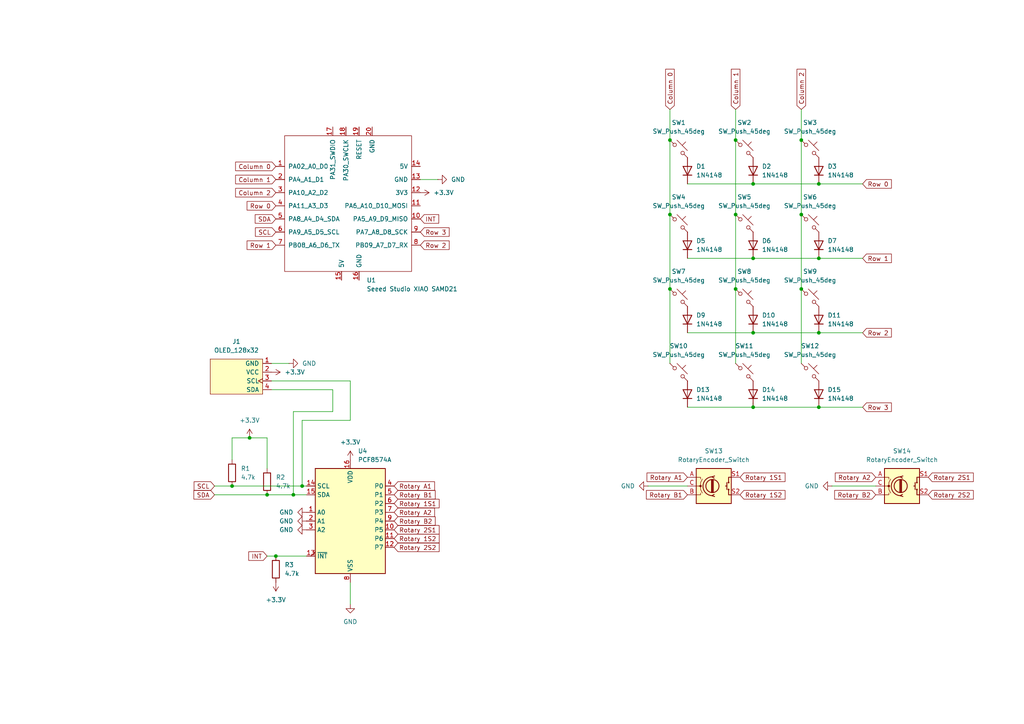
<source format=kicad_sch>
(kicad_sch
	(version 20231120)
	(generator "eeschema")
	(generator_version "8.0")
	(uuid "ff7bcc53-409d-4c78-bc08-adc3ad494def")
	(paper "A4")
	(title_block
		(title "Lychee v1")
	)
	(lib_symbols
		(symbol "Device:R"
			(pin_numbers hide)
			(pin_names
				(offset 0)
			)
			(exclude_from_sim no)
			(in_bom yes)
			(on_board yes)
			(property "Reference" "R"
				(at 2.032 0 90)
				(effects
					(font
						(size 1.27 1.27)
					)
				)
			)
			(property "Value" "R"
				(at 0 0 90)
				(effects
					(font
						(size 1.27 1.27)
					)
				)
			)
			(property "Footprint" ""
				(at -1.778 0 90)
				(effects
					(font
						(size 1.27 1.27)
					)
					(hide yes)
				)
			)
			(property "Datasheet" "~"
				(at 0 0 0)
				(effects
					(font
						(size 1.27 1.27)
					)
					(hide yes)
				)
			)
			(property "Description" "Resistor"
				(at 0 0 0)
				(effects
					(font
						(size 1.27 1.27)
					)
					(hide yes)
				)
			)
			(property "ki_keywords" "R res resistor"
				(at 0 0 0)
				(effects
					(font
						(size 1.27 1.27)
					)
					(hide yes)
				)
			)
			(property "ki_fp_filters" "R_*"
				(at 0 0 0)
				(effects
					(font
						(size 1.27 1.27)
					)
					(hide yes)
				)
			)
			(symbol "R_0_1"
				(rectangle
					(start -1.016 -2.54)
					(end 1.016 2.54)
					(stroke
						(width 0.254)
						(type default)
					)
					(fill
						(type none)
					)
				)
			)
			(symbol "R_1_1"
				(pin passive line
					(at 0 3.81 270)
					(length 1.27)
					(name "~"
						(effects
							(font
								(size 1.27 1.27)
							)
						)
					)
					(number "1"
						(effects
							(font
								(size 1.27 1.27)
							)
						)
					)
				)
				(pin passive line
					(at 0 -3.81 90)
					(length 1.27)
					(name "~"
						(effects
							(font
								(size 1.27 1.27)
							)
						)
					)
					(number "2"
						(effects
							(font
								(size 1.27 1.27)
							)
						)
					)
				)
			)
		)
		(symbol "Device:RotaryEncoder_Switch"
			(pin_names
				(offset 0.254) hide)
			(exclude_from_sim no)
			(in_bom yes)
			(on_board yes)
			(property "Reference" "SW"
				(at 0 6.604 0)
				(effects
					(font
						(size 1.27 1.27)
					)
				)
			)
			(property "Value" "RotaryEncoder_Switch"
				(at 0 -6.604 0)
				(effects
					(font
						(size 1.27 1.27)
					)
				)
			)
			(property "Footprint" ""
				(at -3.81 4.064 0)
				(effects
					(font
						(size 1.27 1.27)
					)
					(hide yes)
				)
			)
			(property "Datasheet" "~"
				(at 0 6.604 0)
				(effects
					(font
						(size 1.27 1.27)
					)
					(hide yes)
				)
			)
			(property "Description" "Rotary encoder, dual channel, incremental quadrate outputs, with switch"
				(at 0 0 0)
				(effects
					(font
						(size 1.27 1.27)
					)
					(hide yes)
				)
			)
			(property "ki_keywords" "rotary switch encoder switch push button"
				(at 0 0 0)
				(effects
					(font
						(size 1.27 1.27)
					)
					(hide yes)
				)
			)
			(property "ki_fp_filters" "RotaryEncoder*Switch*"
				(at 0 0 0)
				(effects
					(font
						(size 1.27 1.27)
					)
					(hide yes)
				)
			)
			(symbol "RotaryEncoder_Switch_0_1"
				(rectangle
					(start -5.08 5.08)
					(end 5.08 -5.08)
					(stroke
						(width 0.254)
						(type default)
					)
					(fill
						(type background)
					)
				)
				(circle
					(center -3.81 0)
					(radius 0.254)
					(stroke
						(width 0)
						(type default)
					)
					(fill
						(type outline)
					)
				)
				(circle
					(center -0.381 0)
					(radius 1.905)
					(stroke
						(width 0.254)
						(type default)
					)
					(fill
						(type none)
					)
				)
				(arc
					(start -0.381 2.667)
					(mid -3.0988 -0.0635)
					(end -0.381 -2.794)
					(stroke
						(width 0.254)
						(type default)
					)
					(fill
						(type none)
					)
				)
				(polyline
					(pts
						(xy -0.635 -1.778) (xy -0.635 1.778)
					)
					(stroke
						(width 0.254)
						(type default)
					)
					(fill
						(type none)
					)
				)
				(polyline
					(pts
						(xy -0.381 -1.778) (xy -0.381 1.778)
					)
					(stroke
						(width 0.254)
						(type default)
					)
					(fill
						(type none)
					)
				)
				(polyline
					(pts
						(xy -0.127 1.778) (xy -0.127 -1.778)
					)
					(stroke
						(width 0.254)
						(type default)
					)
					(fill
						(type none)
					)
				)
				(polyline
					(pts
						(xy 3.81 0) (xy 3.429 0)
					)
					(stroke
						(width 0.254)
						(type default)
					)
					(fill
						(type none)
					)
				)
				(polyline
					(pts
						(xy 3.81 1.016) (xy 3.81 -1.016)
					)
					(stroke
						(width 0.254)
						(type default)
					)
					(fill
						(type none)
					)
				)
				(polyline
					(pts
						(xy -5.08 -2.54) (xy -3.81 -2.54) (xy -3.81 -2.032)
					)
					(stroke
						(width 0)
						(type default)
					)
					(fill
						(type none)
					)
				)
				(polyline
					(pts
						(xy -5.08 2.54) (xy -3.81 2.54) (xy -3.81 2.032)
					)
					(stroke
						(width 0)
						(type default)
					)
					(fill
						(type none)
					)
				)
				(polyline
					(pts
						(xy 0.254 -3.048) (xy -0.508 -2.794) (xy 0.127 -2.413)
					)
					(stroke
						(width 0.254)
						(type default)
					)
					(fill
						(type none)
					)
				)
				(polyline
					(pts
						(xy 0.254 2.921) (xy -0.508 2.667) (xy 0.127 2.286)
					)
					(stroke
						(width 0.254)
						(type default)
					)
					(fill
						(type none)
					)
				)
				(polyline
					(pts
						(xy 5.08 -2.54) (xy 4.318 -2.54) (xy 4.318 -1.016)
					)
					(stroke
						(width 0.254)
						(type default)
					)
					(fill
						(type none)
					)
				)
				(polyline
					(pts
						(xy 5.08 2.54) (xy 4.318 2.54) (xy 4.318 1.016)
					)
					(stroke
						(width 0.254)
						(type default)
					)
					(fill
						(type none)
					)
				)
				(polyline
					(pts
						(xy -5.08 0) (xy -3.81 0) (xy -3.81 -1.016) (xy -3.302 -2.032)
					)
					(stroke
						(width 0)
						(type default)
					)
					(fill
						(type none)
					)
				)
				(polyline
					(pts
						(xy -4.318 0) (xy -3.81 0) (xy -3.81 1.016) (xy -3.302 2.032)
					)
					(stroke
						(width 0)
						(type default)
					)
					(fill
						(type none)
					)
				)
				(circle
					(center 4.318 -1.016)
					(radius 0.127)
					(stroke
						(width 0.254)
						(type default)
					)
					(fill
						(type none)
					)
				)
				(circle
					(center 4.318 1.016)
					(radius 0.127)
					(stroke
						(width 0.254)
						(type default)
					)
					(fill
						(type none)
					)
				)
			)
			(symbol "RotaryEncoder_Switch_1_1"
				(pin passive line
					(at -7.62 2.54 0)
					(length 2.54)
					(name "A"
						(effects
							(font
								(size 1.27 1.27)
							)
						)
					)
					(number "A"
						(effects
							(font
								(size 1.27 1.27)
							)
						)
					)
				)
				(pin passive line
					(at -7.62 -2.54 0)
					(length 2.54)
					(name "B"
						(effects
							(font
								(size 1.27 1.27)
							)
						)
					)
					(number "B"
						(effects
							(font
								(size 1.27 1.27)
							)
						)
					)
				)
				(pin passive line
					(at -7.62 0 0)
					(length 2.54)
					(name "C"
						(effects
							(font
								(size 1.27 1.27)
							)
						)
					)
					(number "C"
						(effects
							(font
								(size 1.27 1.27)
							)
						)
					)
				)
				(pin passive line
					(at 7.62 2.54 180)
					(length 2.54)
					(name "S1"
						(effects
							(font
								(size 1.27 1.27)
							)
						)
					)
					(number "S1"
						(effects
							(font
								(size 1.27 1.27)
							)
						)
					)
				)
				(pin passive line
					(at 7.62 -2.54 180)
					(length 2.54)
					(name "S2"
						(effects
							(font
								(size 1.27 1.27)
							)
						)
					)
					(number "S2"
						(effects
							(font
								(size 1.27 1.27)
							)
						)
					)
				)
			)
		)
		(symbol "Diode:1N4148"
			(pin_numbers hide)
			(pin_names hide)
			(exclude_from_sim no)
			(in_bom yes)
			(on_board yes)
			(property "Reference" "D"
				(at 0 2.54 0)
				(effects
					(font
						(size 1.27 1.27)
					)
				)
			)
			(property "Value" "1N4148"
				(at 0 -2.54 0)
				(effects
					(font
						(size 1.27 1.27)
					)
				)
			)
			(property "Footprint" "Diode_THT:D_DO-35_SOD27_P7.62mm_Horizontal"
				(at 0 0 0)
				(effects
					(font
						(size 1.27 1.27)
					)
					(hide yes)
				)
			)
			(property "Datasheet" "https://assets.nexperia.com/documents/data-sheet/1N4148_1N4448.pdf"
				(at 0 0 0)
				(effects
					(font
						(size 1.27 1.27)
					)
					(hide yes)
				)
			)
			(property "Description" "100V 0.15A standard switching diode, DO-35"
				(at 0 0 0)
				(effects
					(font
						(size 1.27 1.27)
					)
					(hide yes)
				)
			)
			(property "Sim.Device" "D"
				(at 0 0 0)
				(effects
					(font
						(size 1.27 1.27)
					)
					(hide yes)
				)
			)
			(property "Sim.Pins" "1=K 2=A"
				(at 0 0 0)
				(effects
					(font
						(size 1.27 1.27)
					)
					(hide yes)
				)
			)
			(property "ki_keywords" "diode"
				(at 0 0 0)
				(effects
					(font
						(size 1.27 1.27)
					)
					(hide yes)
				)
			)
			(property "ki_fp_filters" "D*DO?35*"
				(at 0 0 0)
				(effects
					(font
						(size 1.27 1.27)
					)
					(hide yes)
				)
			)
			(symbol "1N4148_0_1"
				(polyline
					(pts
						(xy -1.27 1.27) (xy -1.27 -1.27)
					)
					(stroke
						(width 0.254)
						(type default)
					)
					(fill
						(type none)
					)
				)
				(polyline
					(pts
						(xy 1.27 0) (xy -1.27 0)
					)
					(stroke
						(width 0)
						(type default)
					)
					(fill
						(type none)
					)
				)
				(polyline
					(pts
						(xy 1.27 1.27) (xy 1.27 -1.27) (xy -1.27 0) (xy 1.27 1.27)
					)
					(stroke
						(width 0.254)
						(type default)
					)
					(fill
						(type none)
					)
				)
			)
			(symbol "1N4148_1_1"
				(pin passive line
					(at -3.81 0 0)
					(length 2.54)
					(name "K"
						(effects
							(font
								(size 1.27 1.27)
							)
						)
					)
					(number "1"
						(effects
							(font
								(size 1.27 1.27)
							)
						)
					)
				)
				(pin passive line
					(at 3.81 0 180)
					(length 2.54)
					(name "A"
						(effects
							(font
								(size 1.27 1.27)
							)
						)
					)
					(number "2"
						(effects
							(font
								(size 1.27 1.27)
							)
						)
					)
				)
			)
		)
		(symbol "Interface_Expansion:PCF8574A"
			(exclude_from_sim no)
			(in_bom yes)
			(on_board yes)
			(property "Reference" "U"
				(at -8.89 16.51 0)
				(effects
					(font
						(size 1.27 1.27)
					)
					(justify left)
				)
			)
			(property "Value" "PCF8574A"
				(at 2.54 16.51 0)
				(effects
					(font
						(size 1.27 1.27)
					)
					(justify left)
				)
			)
			(property "Footprint" ""
				(at 0 0 0)
				(effects
					(font
						(size 1.27 1.27)
					)
					(hide yes)
				)
			)
			(property "Datasheet" "http://www.nxp.com/docs/en/data-sheet/PCF8574_PCF8574A.pdf"
				(at 0 0 0)
				(effects
					(font
						(size 1.27 1.27)
					)
					(hide yes)
				)
			)
			(property "Description" "8 Bit Port/Expander to I2C Bus, DIP/SOIC-16"
				(at 0 0 0)
				(effects
					(font
						(size 1.27 1.27)
					)
					(hide yes)
				)
			)
			(property "ki_keywords" "I2C Expander"
				(at 0 0 0)
				(effects
					(font
						(size 1.27 1.27)
					)
					(hide yes)
				)
			)
			(property "ki_fp_filters" "DIP*W7.62mm* SOIC*7.5x10.3mm*P1.27mm*"
				(at 0 0 0)
				(effects
					(font
						(size 1.27 1.27)
					)
					(hide yes)
				)
			)
			(symbol "PCF8574A_0_1"
				(rectangle
					(start -10.16 15.24)
					(end 10.16 -15.24)
					(stroke
						(width 0.254)
						(type default)
					)
					(fill
						(type background)
					)
				)
			)
			(symbol "PCF8574A_1_1"
				(pin input line
					(at -12.7 2.54 0)
					(length 2.54)
					(name "A0"
						(effects
							(font
								(size 1.27 1.27)
							)
						)
					)
					(number "1"
						(effects
							(font
								(size 1.27 1.27)
							)
						)
					)
				)
				(pin bidirectional line
					(at 12.7 -2.54 180)
					(length 2.54)
					(name "P5"
						(effects
							(font
								(size 1.27 1.27)
							)
						)
					)
					(number "10"
						(effects
							(font
								(size 1.27 1.27)
							)
						)
					)
				)
				(pin bidirectional line
					(at 12.7 -5.08 180)
					(length 2.54)
					(name "P6"
						(effects
							(font
								(size 1.27 1.27)
							)
						)
					)
					(number "11"
						(effects
							(font
								(size 1.27 1.27)
							)
						)
					)
				)
				(pin bidirectional line
					(at 12.7 -7.62 180)
					(length 2.54)
					(name "P7"
						(effects
							(font
								(size 1.27 1.27)
							)
						)
					)
					(number "12"
						(effects
							(font
								(size 1.27 1.27)
							)
						)
					)
				)
				(pin open_collector output_low
					(at -12.7 -10.16 0)
					(length 2.54)
					(name "~{INT}"
						(effects
							(font
								(size 1.27 1.27)
							)
						)
					)
					(number "13"
						(effects
							(font
								(size 1.27 1.27)
							)
						)
					)
				)
				(pin input line
					(at -12.7 10.16 0)
					(length 2.54)
					(name "SCL"
						(effects
							(font
								(size 1.27 1.27)
							)
						)
					)
					(number "14"
						(effects
							(font
								(size 1.27 1.27)
							)
						)
					)
				)
				(pin bidirectional line
					(at -12.7 7.62 0)
					(length 2.54)
					(name "SDA"
						(effects
							(font
								(size 1.27 1.27)
							)
						)
					)
					(number "15"
						(effects
							(font
								(size 1.27 1.27)
							)
						)
					)
				)
				(pin power_in line
					(at 0 17.78 270)
					(length 2.54)
					(name "VDD"
						(effects
							(font
								(size 1.27 1.27)
							)
						)
					)
					(number "16"
						(effects
							(font
								(size 1.27 1.27)
							)
						)
					)
				)
				(pin input line
					(at -12.7 0 0)
					(length 2.54)
					(name "A1"
						(effects
							(font
								(size 1.27 1.27)
							)
						)
					)
					(number "2"
						(effects
							(font
								(size 1.27 1.27)
							)
						)
					)
				)
				(pin input line
					(at -12.7 -2.54 0)
					(length 2.54)
					(name "A2"
						(effects
							(font
								(size 1.27 1.27)
							)
						)
					)
					(number "3"
						(effects
							(font
								(size 1.27 1.27)
							)
						)
					)
				)
				(pin bidirectional line
					(at 12.7 10.16 180)
					(length 2.54)
					(name "P0"
						(effects
							(font
								(size 1.27 1.27)
							)
						)
					)
					(number "4"
						(effects
							(font
								(size 1.27 1.27)
							)
						)
					)
				)
				(pin bidirectional line
					(at 12.7 7.62 180)
					(length 2.54)
					(name "P1"
						(effects
							(font
								(size 1.27 1.27)
							)
						)
					)
					(number "5"
						(effects
							(font
								(size 1.27 1.27)
							)
						)
					)
				)
				(pin bidirectional line
					(at 12.7 5.08 180)
					(length 2.54)
					(name "P2"
						(effects
							(font
								(size 1.27 1.27)
							)
						)
					)
					(number "6"
						(effects
							(font
								(size 1.27 1.27)
							)
						)
					)
				)
				(pin bidirectional line
					(at 12.7 2.54 180)
					(length 2.54)
					(name "P3"
						(effects
							(font
								(size 1.27 1.27)
							)
						)
					)
					(number "7"
						(effects
							(font
								(size 1.27 1.27)
							)
						)
					)
				)
				(pin power_in line
					(at 0 -17.78 90)
					(length 2.54)
					(name "VSS"
						(effects
							(font
								(size 1.27 1.27)
							)
						)
					)
					(number "8"
						(effects
							(font
								(size 1.27 1.27)
							)
						)
					)
				)
				(pin bidirectional line
					(at 12.7 0 180)
					(length 2.54)
					(name "P4"
						(effects
							(font
								(size 1.27 1.27)
							)
						)
					)
					(number "9"
						(effects
							(font
								(size 1.27 1.27)
							)
						)
					)
				)
			)
		)
		(symbol "ScottoKeebs:OLED_128x32"
			(pin_names
				(offset 1.016)
			)
			(exclude_from_sim no)
			(in_bom yes)
			(on_board yes)
			(property "Reference" "J"
				(at 0 -6.35 0)
				(effects
					(font
						(size 1.27 1.27)
					)
				)
			)
			(property "Value" "OLED_128x32"
				(at 0 6.35 0)
				(effects
					(font
						(size 1.27 1.27)
					)
				)
			)
			(property "Footprint" "ScottoKeebs_Components:OLED_128x32"
				(at 0 8.89 0)
				(effects
					(font
						(size 1.27 1.27)
					)
					(hide yes)
				)
			)
			(property "Datasheet" ""
				(at 0 1.27 0)
				(effects
					(font
						(size 1.27 1.27)
					)
					(hide yes)
				)
			)
			(property "Description" ""
				(at 0 0 0)
				(effects
					(font
						(size 1.27 1.27)
					)
					(hide yes)
				)
			)
			(symbol "OLED_128x32_0_1"
				(rectangle
					(start 0 5.08)
					(end 15.24 -5.08)
					(stroke
						(width 0)
						(type default)
					)
					(fill
						(type background)
					)
				)
			)
			(symbol "OLED_128x32_1_1"
				(pin power_in line
					(at -2.54 -3.81 0)
					(length 2.54)
					(name "GND"
						(effects
							(font
								(size 1.27 1.27)
							)
						)
					)
					(number "1"
						(effects
							(font
								(size 1.27 1.27)
							)
						)
					)
				)
				(pin power_in line
					(at -2.54 -1.27 0)
					(length 2.54)
					(name "VCC"
						(effects
							(font
								(size 1.27 1.27)
							)
						)
					)
					(number "2"
						(effects
							(font
								(size 1.27 1.27)
							)
						)
					)
				)
				(pin input clock
					(at -2.54 1.27 0)
					(length 2.54)
					(name "SCL"
						(effects
							(font
								(size 1.27 1.27)
							)
						)
					)
					(number "3"
						(effects
							(font
								(size 1.27 1.27)
							)
						)
					)
				)
				(pin bidirectional line
					(at -2.54 3.81 0)
					(length 2.54)
					(name "SDA"
						(effects
							(font
								(size 1.27 1.27)
							)
						)
					)
					(number "4"
						(effects
							(font
								(size 1.27 1.27)
							)
						)
					)
				)
			)
		)
		(symbol "Seeed_Studio_XIAO_Series:Seeed Studio XIAO SAMD21"
			(pin_names
				(offset 1.016)
			)
			(exclude_from_sim no)
			(in_bom yes)
			(on_board yes)
			(property "Reference" "U"
				(at -19.05 22.86 0)
				(effects
					(font
						(size 1.27 1.27)
					)
				)
			)
			(property "Value" "Seeed Studio XIAO SAMD21"
				(at -12.7 21.59 0)
				(effects
					(font
						(size 1.27 1.27)
					)
				)
			)
			(property "Footprint" ""
				(at -8.89 5.08 0)
				(effects
					(font
						(size 1.27 1.27)
					)
					(hide yes)
				)
			)
			(property "Datasheet" ""
				(at -8.89 5.08 0)
				(effects
					(font
						(size 1.27 1.27)
					)
					(hide yes)
				)
			)
			(property "Description" ""
				(at 0 0 0)
				(effects
					(font
						(size 1.27 1.27)
					)
					(hide yes)
				)
			)
			(symbol "Seeed Studio XIAO SAMD21_0_1"
				(rectangle
					(start -19.05 20.32)
					(end 17.78 -19.05)
					(stroke
						(width 0)
						(type default)
					)
					(fill
						(type none)
					)
				)
			)
			(symbol "Seeed Studio XIAO SAMD21_1_1"
				(pin unspecified line
					(at -21.59 11.43 0)
					(length 2.54)
					(name "PA02_A0_D0"
						(effects
							(font
								(size 1.27 1.27)
							)
						)
					)
					(number "1"
						(effects
							(font
								(size 1.27 1.27)
							)
						)
					)
				)
				(pin unspecified line
					(at 20.32 -3.81 180)
					(length 2.54)
					(name "PA5_A9_D9_MISO"
						(effects
							(font
								(size 1.27 1.27)
							)
						)
					)
					(number "10"
						(effects
							(font
								(size 1.27 1.27)
							)
						)
					)
				)
				(pin unspecified line
					(at 20.32 0 180)
					(length 2.54)
					(name "PA6_A10_D10_MOSI"
						(effects
							(font
								(size 1.27 1.27)
							)
						)
					)
					(number "11"
						(effects
							(font
								(size 1.27 1.27)
							)
						)
					)
				)
				(pin unspecified line
					(at 20.32 3.81 180)
					(length 2.54)
					(name "3V3"
						(effects
							(font
								(size 1.27 1.27)
							)
						)
					)
					(number "12"
						(effects
							(font
								(size 1.27 1.27)
							)
						)
					)
				)
				(pin unspecified line
					(at 20.32 7.62 180)
					(length 2.54)
					(name "GND"
						(effects
							(font
								(size 1.27 1.27)
							)
						)
					)
					(number "13"
						(effects
							(font
								(size 1.27 1.27)
							)
						)
					)
				)
				(pin unspecified line
					(at 20.32 11.43 180)
					(length 2.54)
					(name "5V"
						(effects
							(font
								(size 1.27 1.27)
							)
						)
					)
					(number "14"
						(effects
							(font
								(size 1.27 1.27)
							)
						)
					)
				)
				(pin input line
					(at -2.54 -21.59 90)
					(length 2.54)
					(name "5V"
						(effects
							(font
								(size 1.27 1.27)
							)
						)
					)
					(number "15"
						(effects
							(font
								(size 1.27 1.27)
							)
						)
					)
				)
				(pin input line
					(at 2.54 -21.59 90)
					(length 2.54)
					(name "GND"
						(effects
							(font
								(size 1.27 1.27)
							)
						)
					)
					(number "16"
						(effects
							(font
								(size 1.27 1.27)
							)
						)
					)
				)
				(pin input line
					(at -5.08 22.86 270)
					(length 2.54)
					(name "PA31_SWDIO"
						(effects
							(font
								(size 1.27 1.27)
							)
						)
					)
					(number "17"
						(effects
							(font
								(size 1.27 1.27)
							)
						)
					)
				)
				(pin input line
					(at -1.27 22.86 270)
					(length 2.54)
					(name "PA30_SWCLK"
						(effects
							(font
								(size 1.27 1.27)
							)
						)
					)
					(number "18"
						(effects
							(font
								(size 1.27 1.27)
							)
						)
					)
				)
				(pin input line
					(at 2.54 22.86 270)
					(length 2.54)
					(name "RESET"
						(effects
							(font
								(size 1.27 1.27)
							)
						)
					)
					(number "19"
						(effects
							(font
								(size 1.27 1.27)
							)
						)
					)
				)
				(pin unspecified line
					(at -21.59 7.62 0)
					(length 2.54)
					(name "PA4_A1_D1"
						(effects
							(font
								(size 1.27 1.27)
							)
						)
					)
					(number "2"
						(effects
							(font
								(size 1.27 1.27)
							)
						)
					)
				)
				(pin input line
					(at 6.35 22.86 270)
					(length 2.54)
					(name "GND"
						(effects
							(font
								(size 1.27 1.27)
							)
						)
					)
					(number "20"
						(effects
							(font
								(size 1.27 1.27)
							)
						)
					)
				)
				(pin unspecified line
					(at -21.59 3.81 0)
					(length 2.54)
					(name "PA10_A2_D2"
						(effects
							(font
								(size 1.27 1.27)
							)
						)
					)
					(number "3"
						(effects
							(font
								(size 1.27 1.27)
							)
						)
					)
				)
				(pin unspecified line
					(at -21.59 0 0)
					(length 2.54)
					(name "PA11_A3_D3"
						(effects
							(font
								(size 1.27 1.27)
							)
						)
					)
					(number "4"
						(effects
							(font
								(size 1.27 1.27)
							)
						)
					)
				)
				(pin unspecified line
					(at -21.59 -3.81 0)
					(length 2.54)
					(name "PA8_A4_D4_SDA"
						(effects
							(font
								(size 1.27 1.27)
							)
						)
					)
					(number "5"
						(effects
							(font
								(size 1.27 1.27)
							)
						)
					)
				)
				(pin unspecified line
					(at -21.59 -7.62 0)
					(length 2.54)
					(name "PA9_A5_D5_SCL"
						(effects
							(font
								(size 1.27 1.27)
							)
						)
					)
					(number "6"
						(effects
							(font
								(size 1.27 1.27)
							)
						)
					)
				)
				(pin unspecified line
					(at -21.59 -11.43 0)
					(length 2.54)
					(name "PB08_A6_D6_TX"
						(effects
							(font
								(size 1.27 1.27)
							)
						)
					)
					(number "7"
						(effects
							(font
								(size 1.27 1.27)
							)
						)
					)
				)
				(pin unspecified line
					(at 20.32 -11.43 180)
					(length 2.54)
					(name "PB09_A7_D7_RX"
						(effects
							(font
								(size 1.27 1.27)
							)
						)
					)
					(number "8"
						(effects
							(font
								(size 1.27 1.27)
							)
						)
					)
				)
				(pin unspecified line
					(at 20.32 -7.62 180)
					(length 2.54)
					(name "PA7_A8_D8_SCK"
						(effects
							(font
								(size 1.27 1.27)
							)
						)
					)
					(number "9"
						(effects
							(font
								(size 1.27 1.27)
							)
						)
					)
				)
			)
		)
		(symbol "Switch:SW_Push_45deg"
			(pin_numbers hide)
			(pin_names
				(offset 1.016) hide)
			(exclude_from_sim no)
			(in_bom yes)
			(on_board yes)
			(property "Reference" "SW"
				(at 3.048 1.016 0)
				(effects
					(font
						(size 1.27 1.27)
					)
					(justify left)
				)
			)
			(property "Value" "SW_Push_45deg"
				(at 0 -3.81 0)
				(effects
					(font
						(size 1.27 1.27)
					)
				)
			)
			(property "Footprint" ""
				(at 0 0 0)
				(effects
					(font
						(size 1.27 1.27)
					)
					(hide yes)
				)
			)
			(property "Datasheet" "~"
				(at 0 0 0)
				(effects
					(font
						(size 1.27 1.27)
					)
					(hide yes)
				)
			)
			(property "Description" "Push button switch, normally open, two pins, 45° tilted"
				(at 0 0 0)
				(effects
					(font
						(size 1.27 1.27)
					)
					(hide yes)
				)
			)
			(property "ki_keywords" "switch normally-open pushbutton push-button"
				(at 0 0 0)
				(effects
					(font
						(size 1.27 1.27)
					)
					(hide yes)
				)
			)
			(symbol "SW_Push_45deg_0_1"
				(circle
					(center -1.1684 1.1684)
					(radius 0.508)
					(stroke
						(width 0)
						(type default)
					)
					(fill
						(type none)
					)
				)
				(polyline
					(pts
						(xy -0.508 2.54) (xy 2.54 -0.508)
					)
					(stroke
						(width 0)
						(type default)
					)
					(fill
						(type none)
					)
				)
				(polyline
					(pts
						(xy 1.016 1.016) (xy 2.032 2.032)
					)
					(stroke
						(width 0)
						(type default)
					)
					(fill
						(type none)
					)
				)
				(polyline
					(pts
						(xy -2.54 2.54) (xy -1.524 1.524) (xy -1.524 1.524)
					)
					(stroke
						(width 0)
						(type default)
					)
					(fill
						(type none)
					)
				)
				(polyline
					(pts
						(xy 1.524 -1.524) (xy 2.54 -2.54) (xy 2.54 -2.54) (xy 2.54 -2.54)
					)
					(stroke
						(width 0)
						(type default)
					)
					(fill
						(type none)
					)
				)
				(circle
					(center 1.143 -1.1938)
					(radius 0.508)
					(stroke
						(width 0)
						(type default)
					)
					(fill
						(type none)
					)
				)
				(pin passive line
					(at -2.54 2.54 0)
					(length 0)
					(name "1"
						(effects
							(font
								(size 1.27 1.27)
							)
						)
					)
					(number "1"
						(effects
							(font
								(size 1.27 1.27)
							)
						)
					)
				)
				(pin passive line
					(at 2.54 -2.54 180)
					(length 0)
					(name "2"
						(effects
							(font
								(size 1.27 1.27)
							)
						)
					)
					(number "2"
						(effects
							(font
								(size 1.27 1.27)
							)
						)
					)
				)
			)
		)
		(symbol "power:+3.3V"
			(power)
			(pin_numbers hide)
			(pin_names
				(offset 0) hide)
			(exclude_from_sim no)
			(in_bom yes)
			(on_board yes)
			(property "Reference" "#PWR"
				(at 0 -3.81 0)
				(effects
					(font
						(size 1.27 1.27)
					)
					(hide yes)
				)
			)
			(property "Value" "+3.3V"
				(at 0 3.556 0)
				(effects
					(font
						(size 1.27 1.27)
					)
				)
			)
			(property "Footprint" ""
				(at 0 0 0)
				(effects
					(font
						(size 1.27 1.27)
					)
					(hide yes)
				)
			)
			(property "Datasheet" ""
				(at 0 0 0)
				(effects
					(font
						(size 1.27 1.27)
					)
					(hide yes)
				)
			)
			(property "Description" "Power symbol creates a global label with name \"+3.3V\""
				(at 0 0 0)
				(effects
					(font
						(size 1.27 1.27)
					)
					(hide yes)
				)
			)
			(property "ki_keywords" "global power"
				(at 0 0 0)
				(effects
					(font
						(size 1.27 1.27)
					)
					(hide yes)
				)
			)
			(symbol "+3.3V_0_1"
				(polyline
					(pts
						(xy -0.762 1.27) (xy 0 2.54)
					)
					(stroke
						(width 0)
						(type default)
					)
					(fill
						(type none)
					)
				)
				(polyline
					(pts
						(xy 0 0) (xy 0 2.54)
					)
					(stroke
						(width 0)
						(type default)
					)
					(fill
						(type none)
					)
				)
				(polyline
					(pts
						(xy 0 2.54) (xy 0.762 1.27)
					)
					(stroke
						(width 0)
						(type default)
					)
					(fill
						(type none)
					)
				)
			)
			(symbol "+3.3V_1_1"
				(pin power_in line
					(at 0 0 90)
					(length 0)
					(name "~"
						(effects
							(font
								(size 1.27 1.27)
							)
						)
					)
					(number "1"
						(effects
							(font
								(size 1.27 1.27)
							)
						)
					)
				)
			)
		)
		(symbol "power:GND"
			(power)
			(pin_numbers hide)
			(pin_names
				(offset 0) hide)
			(exclude_from_sim no)
			(in_bom yes)
			(on_board yes)
			(property "Reference" "#PWR"
				(at 0 -6.35 0)
				(effects
					(font
						(size 1.27 1.27)
					)
					(hide yes)
				)
			)
			(property "Value" "GND"
				(at 0 -3.81 0)
				(effects
					(font
						(size 1.27 1.27)
					)
				)
			)
			(property "Footprint" ""
				(at 0 0 0)
				(effects
					(font
						(size 1.27 1.27)
					)
					(hide yes)
				)
			)
			(property "Datasheet" ""
				(at 0 0 0)
				(effects
					(font
						(size 1.27 1.27)
					)
					(hide yes)
				)
			)
			(property "Description" "Power symbol creates a global label with name \"GND\" , ground"
				(at 0 0 0)
				(effects
					(font
						(size 1.27 1.27)
					)
					(hide yes)
				)
			)
			(property "ki_keywords" "global power"
				(at 0 0 0)
				(effects
					(font
						(size 1.27 1.27)
					)
					(hide yes)
				)
			)
			(symbol "GND_0_1"
				(polyline
					(pts
						(xy 0 0) (xy 0 -1.27) (xy 1.27 -1.27) (xy 0 -2.54) (xy -1.27 -1.27) (xy 0 -1.27)
					)
					(stroke
						(width 0)
						(type default)
					)
					(fill
						(type none)
					)
				)
			)
			(symbol "GND_1_1"
				(pin power_in line
					(at 0 0 270)
					(length 0)
					(name "~"
						(effects
							(font
								(size 1.27 1.27)
							)
						)
					)
					(number "1"
						(effects
							(font
								(size 1.27 1.27)
							)
						)
					)
				)
			)
		)
	)
	(junction
		(at 237.49 96.52)
		(diameter 0)
		(color 0 0 0 0)
		(uuid "03c9436f-3cef-43a8-a3c8-160bc1474b0d")
	)
	(junction
		(at 218.44 74.93)
		(diameter 0)
		(color 0 0 0 0)
		(uuid "1265da35-bb5b-44c4-9e54-7b58567db145")
	)
	(junction
		(at 72.39 127)
		(diameter 0)
		(color 0 0 0 0)
		(uuid "1802a408-5dfb-4c5c-854b-15289e921e1f")
	)
	(junction
		(at 218.44 53.34)
		(diameter 0)
		(color 0 0 0 0)
		(uuid "2746e842-01ab-46b4-a341-135b046f0081")
	)
	(junction
		(at 237.49 118.11)
		(diameter 0)
		(color 0 0 0 0)
		(uuid "36f82c96-1620-4937-b581-7ac88996a2d7")
	)
	(junction
		(at 87.63 140.97)
		(diameter 0)
		(color 0 0 0 0)
		(uuid "43046005-0499-4a93-970c-2a786587a1e6")
	)
	(junction
		(at 213.36 40.64)
		(diameter 0)
		(color 0 0 0 0)
		(uuid "5a400f8b-c9d8-4403-b3b2-fe1c1b3da5c9")
	)
	(junction
		(at 194.31 62.23)
		(diameter 0)
		(color 0 0 0 0)
		(uuid "5f9a4977-c4e7-493c-b5b3-614288a5a797")
	)
	(junction
		(at 85.09 143.51)
		(diameter 0)
		(color 0 0 0 0)
		(uuid "6e9e22f3-d7d8-4366-a421-ede852065cc2")
	)
	(junction
		(at 213.36 62.23)
		(diameter 0)
		(color 0 0 0 0)
		(uuid "70083eb6-26eb-4776-80e1-889074c5c057")
	)
	(junction
		(at 218.44 118.11)
		(diameter 0)
		(color 0 0 0 0)
		(uuid "737e7f1a-d6e1-47de-865a-aae19f6d00a6")
	)
	(junction
		(at 67.31 140.97)
		(diameter 0)
		(color 0 0 0 0)
		(uuid "8893ee44-b872-4a7e-8a93-c3b3eba2833d")
	)
	(junction
		(at 232.41 40.64)
		(diameter 0)
		(color 0 0 0 0)
		(uuid "8d583f00-331c-4c10-b837-419f96398865")
	)
	(junction
		(at 218.44 96.52)
		(diameter 0)
		(color 0 0 0 0)
		(uuid "8e1a97f6-20b3-4826-9ec8-a2ebf241178a")
	)
	(junction
		(at 194.31 40.64)
		(diameter 0)
		(color 0 0 0 0)
		(uuid "96239284-93a3-4b2f-9398-c8156933eba9")
	)
	(junction
		(at 80.01 161.29)
		(diameter 0)
		(color 0 0 0 0)
		(uuid "a1a286e6-2671-440e-8a40-fd9cb8ba484b")
	)
	(junction
		(at 77.47 143.51)
		(diameter 0)
		(color 0 0 0 0)
		(uuid "a31ef0bb-1fd5-43c8-926d-1c9f6d5d22ac")
	)
	(junction
		(at 232.41 83.82)
		(diameter 0)
		(color 0 0 0 0)
		(uuid "c5bebe94-33f5-42d0-886b-30f82d682958")
	)
	(junction
		(at 237.49 53.34)
		(diameter 0)
		(color 0 0 0 0)
		(uuid "ca5d5b98-0fbd-4d0f-b47f-a718c78014a4")
	)
	(junction
		(at 194.31 83.82)
		(diameter 0)
		(color 0 0 0 0)
		(uuid "ca8e6600-6493-48e1-b6e3-90832070813a")
	)
	(junction
		(at 213.36 83.82)
		(diameter 0)
		(color 0 0 0 0)
		(uuid "ddc5badf-2a8e-4c8c-bff5-f7892f82529f")
	)
	(junction
		(at 237.49 74.93)
		(diameter 0)
		(color 0 0 0 0)
		(uuid "f41874df-be65-4013-9e8d-a1a94c28586c")
	)
	(junction
		(at 232.41 62.23)
		(diameter 0)
		(color 0 0 0 0)
		(uuid "f94874f9-7a1a-45b7-90d6-99b792da9a14")
	)
	(wire
		(pts
			(xy 87.63 121.92) (xy 101.6 121.92)
		)
		(stroke
			(width 0)
			(type default)
		)
		(uuid "06abd298-2805-463a-a96a-19d42cd41618")
	)
	(wire
		(pts
			(xy 62.23 143.51) (xy 77.47 143.51)
		)
		(stroke
			(width 0)
			(type default)
		)
		(uuid "11ac86e5-6264-4c1c-93f7-cfa6b52048f7")
	)
	(wire
		(pts
			(xy 67.31 140.97) (xy 87.63 140.97)
		)
		(stroke
			(width 0)
			(type default)
		)
		(uuid "12268e63-c3b3-4cd7-ac2c-52ade7536400")
	)
	(wire
		(pts
			(xy 199.39 53.34) (xy 218.44 53.34)
		)
		(stroke
			(width 0)
			(type default)
		)
		(uuid "1259afd0-57ee-4863-8a67-0d4618f1cee0")
	)
	(wire
		(pts
			(xy 194.31 31.75) (xy 194.31 40.64)
		)
		(stroke
			(width 0)
			(type default)
		)
		(uuid "1463a34a-9a2d-4a67-b406-86138e70d292")
	)
	(wire
		(pts
			(xy 218.44 53.34) (xy 237.49 53.34)
		)
		(stroke
			(width 0)
			(type default)
		)
		(uuid "16297d11-f955-4a05-8e37-f1adb9d010fe")
	)
	(wire
		(pts
			(xy 199.39 118.11) (xy 218.44 118.11)
		)
		(stroke
			(width 0)
			(type default)
		)
		(uuid "1660a84e-2d20-4c66-b02a-9472936cbdea")
	)
	(wire
		(pts
			(xy 237.49 74.93) (xy 250.19 74.93)
		)
		(stroke
			(width 0)
			(type default)
		)
		(uuid "275d6b5c-c3ce-4df2-aa9a-3dc3611dd0fb")
	)
	(wire
		(pts
			(xy 77.47 135.89) (xy 77.47 127)
		)
		(stroke
			(width 0)
			(type default)
		)
		(uuid "2d8062ab-af9c-40fd-86af-4c007429a5ac")
	)
	(wire
		(pts
			(xy 237.49 96.52) (xy 250.19 96.52)
		)
		(stroke
			(width 0)
			(type default)
		)
		(uuid "2ede70f7-ccb5-4821-8d75-2a426d6cb774")
	)
	(wire
		(pts
			(xy 101.6 121.92) (xy 101.6 110.49)
		)
		(stroke
			(width 0)
			(type default)
		)
		(uuid "37498bf0-097c-485e-a964-63622287749d")
	)
	(wire
		(pts
			(xy 218.44 96.52) (xy 237.49 96.52)
		)
		(stroke
			(width 0)
			(type default)
		)
		(uuid "4269545f-730f-449f-abec-3f1792cc904b")
	)
	(wire
		(pts
			(xy 218.44 74.93) (xy 237.49 74.93)
		)
		(stroke
			(width 0)
			(type default)
		)
		(uuid "43b7d13b-eae5-4740-812d-7211e18f225d")
	)
	(wire
		(pts
			(xy 187.96 140.97) (xy 199.39 140.97)
		)
		(stroke
			(width 0)
			(type default)
		)
		(uuid "45e778cf-ed87-4356-be3e-0345224afb47")
	)
	(wire
		(pts
			(xy 250.19 53.34) (xy 237.49 53.34)
		)
		(stroke
			(width 0)
			(type default)
		)
		(uuid "4ae57a6e-4606-48f1-afef-8e2877efeba7")
	)
	(wire
		(pts
			(xy 232.41 83.82) (xy 232.41 105.41)
		)
		(stroke
			(width 0)
			(type default)
		)
		(uuid "4af1a446-6fe1-433c-a7e2-6edaeb329d29")
	)
	(wire
		(pts
			(xy 96.52 113.03) (xy 78.74 113.03)
		)
		(stroke
			(width 0)
			(type default)
		)
		(uuid "50181622-e8e5-4ace-85a1-af187cb79303")
	)
	(wire
		(pts
			(xy 96.52 119.38) (xy 96.52 113.03)
		)
		(stroke
			(width 0)
			(type default)
		)
		(uuid "5742bded-853b-4755-986d-c1273040866e")
	)
	(wire
		(pts
			(xy 87.63 140.97) (xy 87.63 121.92)
		)
		(stroke
			(width 0)
			(type default)
		)
		(uuid "5c9a9ee8-d39a-4399-9044-a6822dc74735")
	)
	(wire
		(pts
			(xy 218.44 118.11) (xy 237.49 118.11)
		)
		(stroke
			(width 0)
			(type default)
		)
		(uuid "6075bc0e-1569-4d72-ae85-2df8717a9ce3")
	)
	(wire
		(pts
			(xy 101.6 175.26) (xy 101.6 168.91)
		)
		(stroke
			(width 0)
			(type default)
		)
		(uuid "636b4e49-c594-45f3-a7ee-d53a9238676f")
	)
	(wire
		(pts
			(xy 67.31 127) (xy 67.31 133.35)
		)
		(stroke
			(width 0)
			(type default)
		)
		(uuid "71ff8989-ecc7-4d6f-89ca-c83c4bae6944")
	)
	(wire
		(pts
			(xy 77.47 161.29) (xy 80.01 161.29)
		)
		(stroke
			(width 0)
			(type default)
		)
		(uuid "75256960-695e-41fd-8619-ecdc8a2d3463")
	)
	(wire
		(pts
			(xy 194.31 62.23) (xy 194.31 83.82)
		)
		(stroke
			(width 0)
			(type default)
		)
		(uuid "75eb2983-4128-4ea6-b865-e747fb728211")
	)
	(wire
		(pts
			(xy 77.47 127) (xy 72.39 127)
		)
		(stroke
			(width 0)
			(type default)
		)
		(uuid "7e20df48-94a2-4849-a35f-818db8ef2b95")
	)
	(wire
		(pts
			(xy 213.36 83.82) (xy 213.36 105.41)
		)
		(stroke
			(width 0)
			(type default)
		)
		(uuid "84cc1918-b597-4782-a97b-99900fd3cdfa")
	)
	(wire
		(pts
			(xy 87.63 140.97) (xy 88.9 140.97)
		)
		(stroke
			(width 0)
			(type default)
		)
		(uuid "9260bb70-6b9f-4675-ac0e-b31a864bf1ad")
	)
	(wire
		(pts
			(xy 85.09 143.51) (xy 85.09 119.38)
		)
		(stroke
			(width 0)
			(type default)
		)
		(uuid "9369f92b-ffc2-4b31-95da-7793958d2500")
	)
	(wire
		(pts
			(xy 78.74 110.49) (xy 101.6 110.49)
		)
		(stroke
			(width 0)
			(type default)
		)
		(uuid "948efd2e-2db1-4f84-b1f3-177da00e3e29")
	)
	(wire
		(pts
			(xy 218.44 116.84) (xy 218.44 118.11)
		)
		(stroke
			(width 0)
			(type default)
		)
		(uuid "98b91d24-ede8-4bdf-9108-e48b961b78d4")
	)
	(wire
		(pts
			(xy 199.39 74.93) (xy 218.44 74.93)
		)
		(stroke
			(width 0)
			(type default)
		)
		(uuid "9c447672-fa3e-47fb-8a93-c4940119070e")
	)
	(wire
		(pts
			(xy 80.01 161.29) (xy 88.9 161.29)
		)
		(stroke
			(width 0)
			(type default)
		)
		(uuid "a1512bca-2892-436c-a603-a05e444ba0dc")
	)
	(wire
		(pts
			(xy 85.09 143.51) (xy 88.9 143.51)
		)
		(stroke
			(width 0)
			(type default)
		)
		(uuid "a77bdc71-0849-43aa-bcb9-37181ca18ec0")
	)
	(wire
		(pts
			(xy 241.3 140.97) (xy 254 140.97)
		)
		(stroke
			(width 0)
			(type default)
		)
		(uuid "a97a8eca-d5c4-4352-9740-5d9952ad2109")
	)
	(wire
		(pts
			(xy 62.23 140.97) (xy 67.31 140.97)
		)
		(stroke
			(width 0)
			(type default)
		)
		(uuid "ab042cc3-f535-47b1-80f7-d393e1d08f01")
	)
	(wire
		(pts
			(xy 213.36 62.23) (xy 213.36 83.82)
		)
		(stroke
			(width 0)
			(type default)
		)
		(uuid "acf5896c-eb6e-4d16-97fb-0e9094103822")
	)
	(wire
		(pts
			(xy 232.41 40.64) (xy 232.41 62.23)
		)
		(stroke
			(width 0)
			(type default)
		)
		(uuid "b16c61ec-1cc0-4344-824c-6f63cb1b5992")
	)
	(wire
		(pts
			(xy 213.36 31.75) (xy 213.36 40.64)
		)
		(stroke
			(width 0)
			(type default)
		)
		(uuid "c502e932-f608-4087-982b-c3715c01080b")
	)
	(wire
		(pts
			(xy 232.41 31.75) (xy 232.41 40.64)
		)
		(stroke
			(width 0)
			(type default)
		)
		(uuid "c97e595b-c936-456b-9e55-02c7061eda86")
	)
	(wire
		(pts
			(xy 194.31 83.82) (xy 194.31 105.41)
		)
		(stroke
			(width 0)
			(type default)
		)
		(uuid "ce72a4a8-1309-47d0-a7a7-6ce78b0328a7")
	)
	(wire
		(pts
			(xy 232.41 62.23) (xy 232.41 83.82)
		)
		(stroke
			(width 0)
			(type default)
		)
		(uuid "d02eee73-b960-4dcf-b1a9-35a1936c0a77")
	)
	(wire
		(pts
			(xy 237.49 118.11) (xy 250.19 118.11)
		)
		(stroke
			(width 0)
			(type default)
		)
		(uuid "d911a7d6-98ee-4e0b-af7e-ae4ba84787f0")
	)
	(wire
		(pts
			(xy 127 52.07) (xy 121.92 52.07)
		)
		(stroke
			(width 0)
			(type default)
		)
		(uuid "dc0dd93d-ecc1-4733-9f40-65dadfcd8737")
	)
	(wire
		(pts
			(xy 78.74 105.41) (xy 83.82 105.41)
		)
		(stroke
			(width 0)
			(type default)
		)
		(uuid "e405c232-9007-4f59-bb5f-8ff00a047033")
	)
	(wire
		(pts
			(xy 77.47 143.51) (xy 85.09 143.51)
		)
		(stroke
			(width 0)
			(type default)
		)
		(uuid "e6dc3747-d4e3-4a15-8d91-db8051e77c29")
	)
	(wire
		(pts
			(xy 72.39 127) (xy 67.31 127)
		)
		(stroke
			(width 0)
			(type default)
		)
		(uuid "e712ff4a-34c0-493d-9d97-f79d95a8ab74")
	)
	(wire
		(pts
			(xy 194.31 40.64) (xy 194.31 62.23)
		)
		(stroke
			(width 0)
			(type default)
		)
		(uuid "ef7ad25c-2cff-4fcc-aa59-6fed28967d8d")
	)
	(wire
		(pts
			(xy 213.36 40.64) (xy 213.36 62.23)
		)
		(stroke
			(width 0)
			(type default)
		)
		(uuid "f4d645c6-afc9-400e-85ea-155777d04742")
	)
	(wire
		(pts
			(xy 85.09 119.38) (xy 96.52 119.38)
		)
		(stroke
			(width 0)
			(type default)
		)
		(uuid "fd0c87b4-8e23-48ac-8dff-02f43f2c503f")
	)
	(wire
		(pts
			(xy 199.39 96.52) (xy 218.44 96.52)
		)
		(stroke
			(width 0)
			(type default)
		)
		(uuid "fd1351df-9544-466c-ab8b-b220edbc6dbd")
	)
	(global_label "Rotary 1S2"
		(shape input)
		(at 114.3 156.21 0)
		(fields_autoplaced yes)
		(effects
			(font
				(size 1.27 1.27)
			)
			(justify left)
		)
		(uuid "02b05d3a-d23d-4276-9e33-3e5428524784")
		(property "Intersheetrefs" "${INTERSHEET_REFS}"
			(at 127.9288 156.21 0)
			(effects
				(font
					(size 1.27 1.27)
				)
				(justify left)
				(hide yes)
			)
		)
	)
	(global_label "Rotary A1"
		(shape input)
		(at 199.39 138.43 180)
		(fields_autoplaced yes)
		(effects
			(font
				(size 1.27 1.27)
			)
			(justify right)
		)
		(uuid "0c59739a-5611-4ae2-81de-018e63d4814d")
		(property "Intersheetrefs" "${INTERSHEET_REFS}"
			(at 187.0916 138.43 0)
			(effects
				(font
					(size 1.27 1.27)
				)
				(justify right)
				(hide yes)
			)
		)
	)
	(global_label "Column 2"
		(shape input)
		(at 80.01 55.88 180)
		(fields_autoplaced yes)
		(effects
			(font
				(size 1.27 1.27)
			)
			(justify right)
		)
		(uuid "11ccc5de-8f0f-4119-b993-2c0ebed02d81")
		(property "Intersheetrefs" "${INTERSHEET_REFS}"
			(at 67.7722 55.88 0)
			(effects
				(font
					(size 1.27 1.27)
				)
				(justify right)
				(hide yes)
			)
		)
	)
	(global_label "Rotary B1"
		(shape input)
		(at 114.3 143.51 0)
		(fields_autoplaced yes)
		(effects
			(font
				(size 1.27 1.27)
			)
			(justify left)
		)
		(uuid "28d1d550-7f6a-410e-85c1-7e897bd323d4")
		(property "Intersheetrefs" "${INTERSHEET_REFS}"
			(at 126.7798 143.51 0)
			(effects
				(font
					(size 1.27 1.27)
				)
				(justify left)
				(hide yes)
			)
		)
	)
	(global_label "Column 1"
		(shape input)
		(at 213.36 31.75 90)
		(fields_autoplaced yes)
		(effects
			(font
				(size 1.27 1.27)
			)
			(justify left)
		)
		(uuid "31bfa32a-8cc9-4ef7-9c85-e193326d31da")
		(property "Intersheetrefs" "${INTERSHEET_REFS}"
			(at 213.36 19.5122 90)
			(effects
				(font
					(size 1.27 1.27)
				)
				(justify left)
				(hide yes)
			)
		)
	)
	(global_label "INT"
		(shape input)
		(at 77.47 161.29 180)
		(fields_autoplaced yes)
		(effects
			(font
				(size 1.27 1.27)
			)
			(justify right)
		)
		(uuid "34820f5d-42cb-4d0e-8da8-e578b2e5d1eb")
		(property "Intersheetrefs" "${INTERSHEET_REFS}"
			(at 71.5819 161.29 0)
			(effects
				(font
					(size 1.27 1.27)
				)
				(justify right)
				(hide yes)
			)
		)
	)
	(global_label "Row 2"
		(shape input)
		(at 250.19 96.52 0)
		(fields_autoplaced yes)
		(effects
			(font
				(size 1.27 1.27)
			)
			(justify left)
		)
		(uuid "3b3bf6bf-e847-4e1b-8a23-d35ed6f7cb1f")
		(property "Intersheetrefs" "${INTERSHEET_REFS}"
			(at 259.1018 96.52 0)
			(effects
				(font
					(size 1.27 1.27)
				)
				(justify left)
				(hide yes)
			)
		)
	)
	(global_label "Column 2"
		(shape input)
		(at 232.41 31.75 90)
		(fields_autoplaced yes)
		(effects
			(font
				(size 1.27 1.27)
			)
			(justify left)
		)
		(uuid "41e5fb66-b8e8-462b-b9f6-4a555a32bb6e")
		(property "Intersheetrefs" "${INTERSHEET_REFS}"
			(at 232.41 19.5122 90)
			(effects
				(font
					(size 1.27 1.27)
				)
				(justify left)
				(hide yes)
			)
		)
	)
	(global_label "Row 1"
		(shape input)
		(at 250.19 74.93 0)
		(fields_autoplaced yes)
		(effects
			(font
				(size 1.27 1.27)
			)
			(justify left)
		)
		(uuid "44aba3a4-6011-4317-b373-282b3d2b8420")
		(property "Intersheetrefs" "${INTERSHEET_REFS}"
			(at 259.1018 74.93 0)
			(effects
				(font
					(size 1.27 1.27)
				)
				(justify left)
				(hide yes)
			)
		)
	)
	(global_label "Rotary A2"
		(shape input)
		(at 114.3 148.59 0)
		(fields_autoplaced yes)
		(effects
			(font
				(size 1.27 1.27)
			)
			(justify left)
		)
		(uuid "519ef8db-6c2f-48c9-bc14-e338ea775c34")
		(property "Intersheetrefs" "${INTERSHEET_REFS}"
			(at 126.5984 148.59 0)
			(effects
				(font
					(size 1.27 1.27)
				)
				(justify left)
				(hide yes)
			)
		)
	)
	(global_label "Row 0"
		(shape input)
		(at 80.01 59.69 180)
		(fields_autoplaced yes)
		(effects
			(font
				(size 1.27 1.27)
			)
			(justify right)
		)
		(uuid "5f5405c3-e924-440c-b6ce-0fd5f164efbc")
		(property "Intersheetrefs" "${INTERSHEET_REFS}"
			(at 71.0982 59.69 0)
			(effects
				(font
					(size 1.27 1.27)
				)
				(justify right)
				(hide yes)
			)
		)
	)
	(global_label "SDA"
		(shape input)
		(at 80.01 63.5 180)
		(fields_autoplaced yes)
		(effects
			(font
				(size 1.27 1.27)
			)
			(justify right)
		)
		(uuid "60f686fb-26fc-4466-9112-9cd06a982f7d")
		(property "Intersheetrefs" "${INTERSHEET_REFS}"
			(at 73.4567 63.5 0)
			(effects
				(font
					(size 1.27 1.27)
				)
				(justify right)
				(hide yes)
			)
		)
	)
	(global_label "SCL"
		(shape input)
		(at 80.01 67.31 180)
		(fields_autoplaced yes)
		(effects
			(font
				(size 1.27 1.27)
			)
			(justify right)
		)
		(uuid "68a30449-6430-4dc2-9a40-578d6bdcabf6")
		(property "Intersheetrefs" "${INTERSHEET_REFS}"
			(at 73.5172 67.31 0)
			(effects
				(font
					(size 1.27 1.27)
				)
				(justify right)
				(hide yes)
			)
		)
	)
	(global_label "Column 1"
		(shape input)
		(at 80.01 52.07 180)
		(fields_autoplaced yes)
		(effects
			(font
				(size 1.27 1.27)
			)
			(justify right)
		)
		(uuid "6af0fce4-b2e4-4ac7-8abb-fcaf3947f943")
		(property "Intersheetrefs" "${INTERSHEET_REFS}"
			(at 67.7722 52.07 0)
			(effects
				(font
					(size 1.27 1.27)
				)
				(justify right)
				(hide yes)
			)
		)
	)
	(global_label "Column 0"
		(shape input)
		(at 80.01 48.26 180)
		(fields_autoplaced yes)
		(effects
			(font
				(size 1.27 1.27)
			)
			(justify right)
		)
		(uuid "70278c6b-8645-4405-b884-619fd772f88c")
		(property "Intersheetrefs" "${INTERSHEET_REFS}"
			(at 67.7722 48.26 0)
			(effects
				(font
					(size 1.27 1.27)
				)
				(justify right)
				(hide yes)
			)
		)
	)
	(global_label "Rotary 2S2"
		(shape input)
		(at 114.3 158.75 0)
		(fields_autoplaced yes)
		(effects
			(font
				(size 1.27 1.27)
			)
			(justify left)
		)
		(uuid "7524ece0-c1f4-4d20-9b39-e155df63c601")
		(property "Intersheetrefs" "${INTERSHEET_REFS}"
			(at 127.9288 158.75 0)
			(effects
				(font
					(size 1.27 1.27)
				)
				(justify left)
				(hide yes)
			)
		)
	)
	(global_label "Row 0"
		(shape input)
		(at 250.19 53.34 0)
		(fields_autoplaced yes)
		(effects
			(font
				(size 1.27 1.27)
			)
			(justify left)
		)
		(uuid "793308a7-5c14-4052-9227-2787c552ecb7")
		(property "Intersheetrefs" "${INTERSHEET_REFS}"
			(at 259.1018 53.34 0)
			(effects
				(font
					(size 1.27 1.27)
				)
				(justify left)
				(hide yes)
			)
		)
	)
	(global_label "Rotary 1S1"
		(shape input)
		(at 114.3 146.05 0)
		(fields_autoplaced yes)
		(effects
			(font
				(size 1.27 1.27)
			)
			(justify left)
		)
		(uuid "7e9e8d87-d3c0-48c9-afdc-0489f355ecfd")
		(property "Intersheetrefs" "${INTERSHEET_REFS}"
			(at 127.9288 146.05 0)
			(effects
				(font
					(size 1.27 1.27)
				)
				(justify left)
				(hide yes)
			)
		)
	)
	(global_label "Rotary 2S1"
		(shape input)
		(at 269.24 138.43 0)
		(fields_autoplaced yes)
		(effects
			(font
				(size 1.27 1.27)
			)
			(justify left)
		)
		(uuid "839f0682-d780-49de-89dd-b532396049cd")
		(property "Intersheetrefs" "${INTERSHEET_REFS}"
			(at 282.8688 138.43 0)
			(effects
				(font
					(size 1.27 1.27)
				)
				(justify left)
				(hide yes)
			)
		)
	)
	(global_label "Rotary 1S2"
		(shape input)
		(at 214.63 143.51 0)
		(fields_autoplaced yes)
		(effects
			(font
				(size 1.27 1.27)
			)
			(justify left)
		)
		(uuid "88a21bfa-b3d2-4242-9587-71e263c9a82f")
		(property "Intersheetrefs" "${INTERSHEET_REFS}"
			(at 228.2588 143.51 0)
			(effects
				(font
					(size 1.27 1.27)
				)
				(justify left)
				(hide yes)
			)
		)
	)
	(global_label "Rotary B2"
		(shape input)
		(at 114.3 151.13 0)
		(fields_autoplaced yes)
		(effects
			(font
				(size 1.27 1.27)
			)
			(justify left)
		)
		(uuid "89d1ba23-c3b5-42bc-8fdb-d8489eea445c")
		(property "Intersheetrefs" "${INTERSHEET_REFS}"
			(at 126.7798 151.13 0)
			(effects
				(font
					(size 1.27 1.27)
				)
				(justify left)
				(hide yes)
			)
		)
	)
	(global_label "SCL"
		(shape input)
		(at 62.23 140.97 180)
		(fields_autoplaced yes)
		(effects
			(font
				(size 1.27 1.27)
			)
			(justify right)
		)
		(uuid "8c989ea5-13bf-493f-87b4-f8138f321662")
		(property "Intersheetrefs" "${INTERSHEET_REFS}"
			(at 55.7372 140.97 0)
			(effects
				(font
					(size 1.27 1.27)
				)
				(justify right)
				(hide yes)
			)
		)
	)
	(global_label "Row 3"
		(shape input)
		(at 250.19 118.11 0)
		(fields_autoplaced yes)
		(effects
			(font
				(size 1.27 1.27)
			)
			(justify left)
		)
		(uuid "8f37a7f8-d61e-44eb-9628-e102cef1a6e1")
		(property "Intersheetrefs" "${INTERSHEET_REFS}"
			(at 259.1018 118.11 0)
			(effects
				(font
					(size 1.27 1.27)
				)
				(justify left)
				(hide yes)
			)
		)
	)
	(global_label "Rotary 2S1"
		(shape input)
		(at 114.3 153.67 0)
		(fields_autoplaced yes)
		(effects
			(font
				(size 1.27 1.27)
			)
			(justify left)
		)
		(uuid "9248b568-cf13-41a1-a29e-e09495a875af")
		(property "Intersheetrefs" "${INTERSHEET_REFS}"
			(at 127.9288 153.67 0)
			(effects
				(font
					(size 1.27 1.27)
				)
				(justify left)
				(hide yes)
			)
		)
	)
	(global_label "Row 2"
		(shape input)
		(at 121.92 71.12 0)
		(fields_autoplaced yes)
		(effects
			(font
				(size 1.27 1.27)
			)
			(justify left)
		)
		(uuid "9929921b-bcf8-42a4-890c-de6f7b3fb7ec")
		(property "Intersheetrefs" "${INTERSHEET_REFS}"
			(at 130.8318 71.12 0)
			(effects
				(font
					(size 1.27 1.27)
				)
				(justify left)
				(hide yes)
			)
		)
	)
	(global_label "Row 1"
		(shape input)
		(at 80.01 71.12 180)
		(fields_autoplaced yes)
		(effects
			(font
				(size 1.27 1.27)
			)
			(justify right)
		)
		(uuid "99c30af5-f120-4e98-8965-e21129f7c68d")
		(property "Intersheetrefs" "${INTERSHEET_REFS}"
			(at 71.0982 71.12 0)
			(effects
				(font
					(size 1.27 1.27)
				)
				(justify right)
				(hide yes)
			)
		)
	)
	(global_label "SDA"
		(shape input)
		(at 62.23 143.51 180)
		(fields_autoplaced yes)
		(effects
			(font
				(size 1.27 1.27)
			)
			(justify right)
		)
		(uuid "9f4e9789-e6d7-430a-96d5-d715f5552a8c")
		(property "Intersheetrefs" "${INTERSHEET_REFS}"
			(at 55.6767 143.51 0)
			(effects
				(font
					(size 1.27 1.27)
				)
				(justify right)
				(hide yes)
			)
		)
	)
	(global_label "INT"
		(shape input)
		(at 121.92 63.5 0)
		(fields_autoplaced yes)
		(effects
			(font
				(size 1.27 1.27)
			)
			(justify left)
		)
		(uuid "a45f1ebb-3f76-4f3f-aeec-09c8c4deec11")
		(property "Intersheetrefs" "${INTERSHEET_REFS}"
			(at 127.8081 63.5 0)
			(effects
				(font
					(size 1.27 1.27)
				)
				(justify left)
				(hide yes)
			)
		)
	)
	(global_label "Row 3"
		(shape input)
		(at 121.92 67.31 0)
		(fields_autoplaced yes)
		(effects
			(font
				(size 1.27 1.27)
			)
			(justify left)
		)
		(uuid "a5160275-98c1-4586-ae4a-e07e1c93d763")
		(property "Intersheetrefs" "${INTERSHEET_REFS}"
			(at 130.8318 67.31 0)
			(effects
				(font
					(size 1.27 1.27)
				)
				(justify left)
				(hide yes)
			)
		)
	)
	(global_label "Rotary A1"
		(shape input)
		(at 114.3 140.97 0)
		(fields_autoplaced yes)
		(effects
			(font
				(size 1.27 1.27)
			)
			(justify left)
		)
		(uuid "be992718-95dc-4e93-94c3-39d733e25256")
		(property "Intersheetrefs" "${INTERSHEET_REFS}"
			(at 126.5984 140.97 0)
			(effects
				(font
					(size 1.27 1.27)
				)
				(justify left)
				(hide yes)
			)
		)
	)
	(global_label "Rotary B1"
		(shape input)
		(at 199.39 143.51 180)
		(fields_autoplaced yes)
		(effects
			(font
				(size 1.27 1.27)
			)
			(justify right)
		)
		(uuid "c03899be-e47e-4c2a-baa7-c0b7ec78abbd")
		(property "Intersheetrefs" "${INTERSHEET_REFS}"
			(at 186.9102 143.51 0)
			(effects
				(font
					(size 1.27 1.27)
				)
				(justify right)
				(hide yes)
			)
		)
	)
	(global_label "Column 0"
		(shape input)
		(at 194.31 31.75 90)
		(fields_autoplaced yes)
		(effects
			(font
				(size 1.27 1.27)
			)
			(justify left)
		)
		(uuid "c45d000f-6083-47c7-b2fa-81aeeeffd2a9")
		(property "Intersheetrefs" "${INTERSHEET_REFS}"
			(at 194.31 19.5122 90)
			(effects
				(font
					(size 1.27 1.27)
				)
				(justify left)
				(hide yes)
			)
		)
	)
	(global_label "Rotary 1S1"
		(shape input)
		(at 214.63 138.43 0)
		(fields_autoplaced yes)
		(effects
			(font
				(size 1.27 1.27)
			)
			(justify left)
		)
		(uuid "d53361d1-58d3-4b36-9061-54f4e8ecbff8")
		(property "Intersheetrefs" "${INTERSHEET_REFS}"
			(at 228.2588 138.43 0)
			(effects
				(font
					(size 1.27 1.27)
				)
				(justify left)
				(hide yes)
			)
		)
	)
	(global_label "Rotary B2"
		(shape input)
		(at 254 143.51 180)
		(fields_autoplaced yes)
		(effects
			(font
				(size 1.27 1.27)
			)
			(justify right)
		)
		(uuid "d800bc43-cec4-4769-9d51-30d4016fb75d")
		(property "Intersheetrefs" "${INTERSHEET_REFS}"
			(at 241.5202 143.51 0)
			(effects
				(font
					(size 1.27 1.27)
				)
				(justify right)
				(hide yes)
			)
		)
	)
	(global_label "Rotary 2S2"
		(shape input)
		(at 269.24 143.51 0)
		(fields_autoplaced yes)
		(effects
			(font
				(size 1.27 1.27)
			)
			(justify left)
		)
		(uuid "e6995e7d-8e0b-4172-9d78-810a0c9a580f")
		(property "Intersheetrefs" "${INTERSHEET_REFS}"
			(at 282.8688 143.51 0)
			(effects
				(font
					(size 1.27 1.27)
				)
				(justify left)
				(hide yes)
			)
		)
	)
	(global_label "Rotary A2"
		(shape input)
		(at 254 138.43 180)
		(fields_autoplaced yes)
		(effects
			(font
				(size 1.27 1.27)
			)
			(justify right)
		)
		(uuid "f72edc4f-7da5-4698-83eb-b11a6d5e53d5")
		(property "Intersheetrefs" "${INTERSHEET_REFS}"
			(at 241.7016 138.43 0)
			(effects
				(font
					(size 1.27 1.27)
				)
				(justify right)
				(hide yes)
			)
		)
	)
	(symbol
		(lib_id "Diode:1N4148")
		(at 218.44 49.53 90)
		(unit 1)
		(exclude_from_sim no)
		(in_bom yes)
		(on_board yes)
		(dnp no)
		(fields_autoplaced yes)
		(uuid "0444ee52-1675-4282-8953-159f65066cf2")
		(property "Reference" "D2"
			(at 220.98 48.2599 90)
			(effects
				(font
					(size 1.27 1.27)
				)
				(justify right)
			)
		)
		(property "Value" "1N4148"
			(at 220.98 50.7999 90)
			(effects
				(font
					(size 1.27 1.27)
				)
				(justify right)
			)
		)
		(property "Footprint" "Diode_THT:D_DO-35_SOD27_P7.62mm_Horizontal"
			(at 218.44 49.53 0)
			(effects
				(font
					(size 1.27 1.27)
				)
				(hide yes)
			)
		)
		(property "Datasheet" "https://assets.nexperia.com/documents/data-sheet/1N4148_1N4448.pdf"
			(at 218.44 49.53 0)
			(effects
				(font
					(size 1.27 1.27)
				)
				(hide yes)
			)
		)
		(property "Description" "100V 0.15A standard switching diode, DO-35"
			(at 218.44 49.53 0)
			(effects
				(font
					(size 1.27 1.27)
				)
				(hide yes)
			)
		)
		(property "Sim.Device" "D"
			(at 218.44 49.53 0)
			(effects
				(font
					(size 1.27 1.27)
				)
				(hide yes)
			)
		)
		(property "Sim.Pins" "1=K 2=A"
			(at 218.44 49.53 0)
			(effects
				(font
					(size 1.27 1.27)
				)
				(hide yes)
			)
		)
		(pin "1"
			(uuid "023d7e53-dedf-4ea9-b004-bb03c1bdeee1")
		)
		(pin "2"
			(uuid "59a042e3-f26e-43e6-8eff-482837fba1c3")
		)
		(instances
			(project "MatriXpad shcematic v1"
				(path "/ff7bcc53-409d-4c78-bc08-adc3ad494def"
					(reference "D2")
					(unit 1)
				)
			)
		)
	)
	(symbol
		(lib_id "Diode:1N4148")
		(at 237.49 71.12 90)
		(unit 1)
		(exclude_from_sim no)
		(in_bom yes)
		(on_board yes)
		(dnp no)
		(fields_autoplaced yes)
		(uuid "06d9f7f3-2415-454f-92a6-87f006e65837")
		(property "Reference" "D7"
			(at 240.03 69.8499 90)
			(effects
				(font
					(size 1.27 1.27)
				)
				(justify right)
			)
		)
		(property "Value" "1N4148"
			(at 240.03 72.3899 90)
			(effects
				(font
					(size 1.27 1.27)
				)
				(justify right)
			)
		)
		(property "Footprint" "Diode_THT:D_DO-35_SOD27_P7.62mm_Horizontal"
			(at 237.49 71.12 0)
			(effects
				(font
					(size 1.27 1.27)
				)
				(hide yes)
			)
		)
		(property "Datasheet" "https://assets.nexperia.com/documents/data-sheet/1N4148_1N4448.pdf"
			(at 237.49 71.12 0)
			(effects
				(font
					(size 1.27 1.27)
				)
				(hide yes)
			)
		)
		(property "Description" "100V 0.15A standard switching diode, DO-35"
			(at 237.49 71.12 0)
			(effects
				(font
					(size 1.27 1.27)
				)
				(hide yes)
			)
		)
		(property "Sim.Device" "D"
			(at 237.49 71.12 0)
			(effects
				(font
					(size 1.27 1.27)
				)
				(hide yes)
			)
		)
		(property "Sim.Pins" "1=K 2=A"
			(at 237.49 71.12 0)
			(effects
				(font
					(size 1.27 1.27)
				)
				(hide yes)
			)
		)
		(pin "1"
			(uuid "29dfc36f-e3cf-41c5-9ed2-7c03b46b27a5")
		)
		(pin "2"
			(uuid "627bc39b-09a1-4238-8701-c4d3e8df8e23")
		)
		(instances
			(project "MatriXpad shcematic v1"
				(path "/ff7bcc53-409d-4c78-bc08-adc3ad494def"
					(reference "D7")
					(unit 1)
				)
			)
		)
	)
	(symbol
		(lib_id "power:+3.3V")
		(at 101.6 133.35 0)
		(unit 1)
		(exclude_from_sim no)
		(in_bom yes)
		(on_board yes)
		(dnp no)
		(fields_autoplaced yes)
		(uuid "151b36a5-67b4-41c2-9c7e-5966ea053935")
		(property "Reference" "#PWR02"
			(at 101.6 137.16 0)
			(effects
				(font
					(size 1.27 1.27)
				)
				(hide yes)
			)
		)
		(property "Value" "+3.3V"
			(at 101.6 128.27 0)
			(effects
				(font
					(size 1.27 1.27)
				)
			)
		)
		(property "Footprint" ""
			(at 101.6 133.35 0)
			(effects
				(font
					(size 1.27 1.27)
				)
				(hide yes)
			)
		)
		(property "Datasheet" ""
			(at 101.6 133.35 0)
			(effects
				(font
					(size 1.27 1.27)
				)
				(hide yes)
			)
		)
		(property "Description" "Power symbol creates a global label with name \"+3.3V\""
			(at 101.6 133.35 0)
			(effects
				(font
					(size 1.27 1.27)
				)
				(hide yes)
			)
		)
		(pin "1"
			(uuid "afd9bf28-f7f1-469a-9e80-e7e402cc31e0")
		)
		(instances
			(project "MatriXpad shcematic v1"
				(path "/ff7bcc53-409d-4c78-bc08-adc3ad494def"
					(reference "#PWR02")
					(unit 1)
				)
			)
		)
	)
	(symbol
		(lib_id "Switch:SW_Push_45deg")
		(at 215.9 64.77 0)
		(unit 1)
		(exclude_from_sim no)
		(in_bom yes)
		(on_board yes)
		(dnp no)
		(fields_autoplaced yes)
		(uuid "1723f766-9899-4e25-a55a-a5ddac507356")
		(property "Reference" "SW5"
			(at 215.9 57.15 0)
			(effects
				(font
					(size 1.27 1.27)
				)
			)
		)
		(property "Value" "SW_Push_45deg"
			(at 215.9 59.69 0)
			(effects
				(font
					(size 1.27 1.27)
				)
			)
		)
		(property "Footprint" "Button_Switch_Keyboard:SW_Cherry_MX_1.00u_PCB"
			(at 215.9 64.77 0)
			(effects
				(font
					(size 1.27 1.27)
				)
				(hide yes)
			)
		)
		(property "Datasheet" "~"
			(at 215.9 64.77 0)
			(effects
				(font
					(size 1.27 1.27)
				)
				(hide yes)
			)
		)
		(property "Description" "Push button switch, normally open, two pins, 45° tilted"
			(at 215.9 64.77 0)
			(effects
				(font
					(size 1.27 1.27)
				)
				(hide yes)
			)
		)
		(pin "1"
			(uuid "30d7f87c-a631-424c-a734-66c58c80d5d6")
		)
		(pin "2"
			(uuid "a9409d5e-eaf1-49f7-af2d-ea6d37094764")
		)
		(instances
			(project "MatriXpad shcematic v1"
				(path "/ff7bcc53-409d-4c78-bc08-adc3ad494def"
					(reference "SW5")
					(unit 1)
				)
			)
		)
	)
	(symbol
		(lib_id "Switch:SW_Push_45deg")
		(at 196.85 107.95 0)
		(unit 1)
		(exclude_from_sim no)
		(in_bom yes)
		(on_board yes)
		(dnp no)
		(fields_autoplaced yes)
		(uuid "18429f39-a158-48ad-9dc6-ee5c64399b60")
		(property "Reference" "SW10"
			(at 196.85 100.33 0)
			(effects
				(font
					(size 1.27 1.27)
				)
			)
		)
		(property "Value" "SW_Push_45deg"
			(at 196.85 102.87 0)
			(effects
				(font
					(size 1.27 1.27)
				)
			)
		)
		(property "Footprint" "Button_Switch_Keyboard:SW_Cherry_MX_1.00u_PCB"
			(at 196.85 107.95 0)
			(effects
				(font
					(size 1.27 1.27)
				)
				(hide yes)
			)
		)
		(property "Datasheet" "~"
			(at 196.85 107.95 0)
			(effects
				(font
					(size 1.27 1.27)
				)
				(hide yes)
			)
		)
		(property "Description" "Push button switch, normally open, two pins, 45° tilted"
			(at 196.85 107.95 0)
			(effects
				(font
					(size 1.27 1.27)
				)
				(hide yes)
			)
		)
		(pin "1"
			(uuid "3f1136d4-7111-492b-b422-3187c34bee21")
		)
		(pin "2"
			(uuid "dcfd4430-2627-4eec-8332-1909567263b3")
		)
		(instances
			(project "MatriXpad shcematic v1"
				(path "/ff7bcc53-409d-4c78-bc08-adc3ad494def"
					(reference "SW10")
					(unit 1)
				)
			)
		)
	)
	(symbol
		(lib_id "power:GND")
		(at 241.3 140.97 270)
		(unit 1)
		(exclude_from_sim no)
		(in_bom yes)
		(on_board yes)
		(dnp no)
		(fields_autoplaced yes)
		(uuid "1a2de8d5-fde9-40bc-8e32-8c2e5b8f9b43")
		(property "Reference" "#PWR04"
			(at 234.95 140.97 0)
			(effects
				(font
					(size 1.27 1.27)
				)
				(hide yes)
			)
		)
		(property "Value" "GND"
			(at 237.49 140.9699 90)
			(effects
				(font
					(size 1.27 1.27)
				)
				(justify right)
			)
		)
		(property "Footprint" ""
			(at 241.3 140.97 0)
			(effects
				(font
					(size 1.27 1.27)
				)
				(hide yes)
			)
		)
		(property "Datasheet" ""
			(at 241.3 140.97 0)
			(effects
				(font
					(size 1.27 1.27)
				)
				(hide yes)
			)
		)
		(property "Description" "Power symbol creates a global label with name \"GND\" , ground"
			(at 241.3 140.97 0)
			(effects
				(font
					(size 1.27 1.27)
				)
				(hide yes)
			)
		)
		(pin "1"
			(uuid "4acfaed7-6a6a-42fb-ae37-7eae51dd2e86")
		)
		(instances
			(project ""
				(path "/ff7bcc53-409d-4c78-bc08-adc3ad494def"
					(reference "#PWR04")
					(unit 1)
				)
			)
		)
	)
	(symbol
		(lib_id "Diode:1N4148")
		(at 237.49 92.71 90)
		(unit 1)
		(exclude_from_sim no)
		(in_bom yes)
		(on_board yes)
		(dnp no)
		(fields_autoplaced yes)
		(uuid "27bb2e98-90a7-4dce-95ff-e6b30a9c8df1")
		(property "Reference" "D11"
			(at 240.03 91.4399 90)
			(effects
				(font
					(size 1.27 1.27)
				)
				(justify right)
			)
		)
		(property "Value" "1N4148"
			(at 240.03 93.9799 90)
			(effects
				(font
					(size 1.27 1.27)
				)
				(justify right)
			)
		)
		(property "Footprint" "Diode_THT:D_DO-35_SOD27_P7.62mm_Horizontal"
			(at 237.49 92.71 0)
			(effects
				(font
					(size 1.27 1.27)
				)
				(hide yes)
			)
		)
		(property "Datasheet" "https://assets.nexperia.com/documents/data-sheet/1N4148_1N4448.pdf"
			(at 237.49 92.71 0)
			(effects
				(font
					(size 1.27 1.27)
				)
				(hide yes)
			)
		)
		(property "Description" "100V 0.15A standard switching diode, DO-35"
			(at 237.49 92.71 0)
			(effects
				(font
					(size 1.27 1.27)
				)
				(hide yes)
			)
		)
		(property "Sim.Device" "D"
			(at 237.49 92.71 0)
			(effects
				(font
					(size 1.27 1.27)
				)
				(hide yes)
			)
		)
		(property "Sim.Pins" "1=K 2=A"
			(at 237.49 92.71 0)
			(effects
				(font
					(size 1.27 1.27)
				)
				(hide yes)
			)
		)
		(pin "1"
			(uuid "695dd2b2-8010-4570-8244-41272d641fda")
		)
		(pin "2"
			(uuid "406ef1aa-1823-4924-ad3e-62d01d494f36")
		)
		(instances
			(project "MatriXpad shcematic v1"
				(path "/ff7bcc53-409d-4c78-bc08-adc3ad494def"
					(reference "D11")
					(unit 1)
				)
			)
		)
	)
	(symbol
		(lib_id "Interface_Expansion:PCF8574A")
		(at 101.6 151.13 0)
		(unit 1)
		(exclude_from_sim no)
		(in_bom yes)
		(on_board yes)
		(dnp no)
		(fields_autoplaced yes)
		(uuid "2817679d-f938-433e-bc5f-1774338ef8d3")
		(property "Reference" "U4"
			(at 103.7941 130.81 0)
			(effects
				(font
					(size 1.27 1.27)
				)
				(justify left)
			)
		)
		(property "Value" "PCF8574A"
			(at 103.7941 133.35 0)
			(effects
				(font
					(size 1.27 1.27)
				)
				(justify left)
			)
		)
		(property "Footprint" "PCF8574AN:N16"
			(at 101.6 151.13 0)
			(effects
				(font
					(size 1.27 1.27)
				)
				(hide yes)
			)
		)
		(property "Datasheet" "http://www.nxp.com/docs/en/data-sheet/PCF8574_PCF8574A.pdf"
			(at 101.6 151.13 0)
			(effects
				(font
					(size 1.27 1.27)
				)
				(hide yes)
			)
		)
		(property "Description" "8 Bit Port/Expander to I2C Bus, DIP/SOIC-16"
			(at 101.6 151.13 0)
			(effects
				(font
					(size 1.27 1.27)
				)
				(hide yes)
			)
		)
		(pin "2"
			(uuid "83341485-6d90-49df-974f-19077a30e050")
		)
		(pin "8"
			(uuid "e64058ea-264d-4332-9158-bfb6a62ecbcd")
		)
		(pin "3"
			(uuid "9a4621ae-1b4f-4f3e-8c49-80b3686ecc1d")
		)
		(pin "14"
			(uuid "6b880aaa-c385-4392-ae0c-b92397339eb8")
		)
		(pin "4"
			(uuid "4502ca22-1eef-4b2c-bc01-0ed326be5bd5")
		)
		(pin "12"
			(uuid "8cec0b4e-d6ac-4aa0-a110-1a091eecb0e7")
		)
		(pin "5"
			(uuid "2529fcff-190c-4d99-9ccd-81f10e624a58")
		)
		(pin "11"
			(uuid "051f7574-6b02-4d22-a861-2a9d2cf99181")
		)
		(pin "6"
			(uuid "3c6d918d-5fa5-4455-a076-f98d7a81f290")
		)
		(pin "15"
			(uuid "11dad932-e851-40c4-b748-456ee56faf29")
		)
		(pin "9"
			(uuid "33e16d1e-7cd0-4fb9-81ea-7a1547409666")
		)
		(pin "16"
			(uuid "b56c3995-458c-4df8-90f9-16430cf9e042")
		)
		(pin "10"
			(uuid "ef82788b-769f-4fc0-9d91-e74fdce8ece4")
		)
		(pin "13"
			(uuid "855eab0b-1347-4b33-99f4-f05259c15827")
		)
		(pin "7"
			(uuid "bfd89a31-19a0-47ca-827b-baa1ee04f56c")
		)
		(pin "1"
			(uuid "be62cc6d-1add-4705-be58-e776a2d3921f")
		)
		(instances
			(project ""
				(path "/ff7bcc53-409d-4c78-bc08-adc3ad494def"
					(reference "U4")
					(unit 1)
				)
			)
		)
	)
	(symbol
		(lib_id "Switch:SW_Push_45deg")
		(at 234.95 86.36 0)
		(unit 1)
		(exclude_from_sim no)
		(in_bom yes)
		(on_board yes)
		(dnp no)
		(fields_autoplaced yes)
		(uuid "29785f78-5d3f-4a16-9f28-6fa84803675f")
		(property "Reference" "SW9"
			(at 234.95 78.74 0)
			(effects
				(font
					(size 1.27 1.27)
				)
			)
		)
		(property "Value" "SW_Push_45deg"
			(at 234.95 81.28 0)
			(effects
				(font
					(size 1.27 1.27)
				)
			)
		)
		(property "Footprint" "Button_Switch_Keyboard:SW_Cherry_MX_1.00u_PCB"
			(at 234.95 86.36 0)
			(effects
				(font
					(size 1.27 1.27)
				)
				(hide yes)
			)
		)
		(property "Datasheet" "~"
			(at 234.95 86.36 0)
			(effects
				(font
					(size 1.27 1.27)
				)
				(hide yes)
			)
		)
		(property "Description" "Push button switch, normally open, two pins, 45° tilted"
			(at 234.95 86.36 0)
			(effects
				(font
					(size 1.27 1.27)
				)
				(hide yes)
			)
		)
		(pin "1"
			(uuid "4f28d144-5d01-490b-9903-bc5b7a375c74")
		)
		(pin "2"
			(uuid "e9860a78-11bd-4040-a1fc-28fcb3178bde")
		)
		(instances
			(project "MatriXpad shcematic v1"
				(path "/ff7bcc53-409d-4c78-bc08-adc3ad494def"
					(reference "SW9")
					(unit 1)
				)
			)
		)
	)
	(symbol
		(lib_id "Switch:SW_Push_45deg")
		(at 215.9 86.36 0)
		(unit 1)
		(exclude_from_sim no)
		(in_bom yes)
		(on_board yes)
		(dnp no)
		(fields_autoplaced yes)
		(uuid "3027ee2b-29fc-4003-9cc3-69523d83f0fa")
		(property "Reference" "SW8"
			(at 215.9 78.74 0)
			(effects
				(font
					(size 1.27 1.27)
				)
			)
		)
		(property "Value" "SW_Push_45deg"
			(at 215.9 81.28 0)
			(effects
				(font
					(size 1.27 1.27)
				)
			)
		)
		(property "Footprint" "Button_Switch_Keyboard:SW_Cherry_MX_1.00u_PCB"
			(at 215.9 86.36 0)
			(effects
				(font
					(size 1.27 1.27)
				)
				(hide yes)
			)
		)
		(property "Datasheet" "~"
			(at 215.9 86.36 0)
			(effects
				(font
					(size 1.27 1.27)
				)
				(hide yes)
			)
		)
		(property "Description" "Push button switch, normally open, two pins, 45° tilted"
			(at 215.9 86.36 0)
			(effects
				(font
					(size 1.27 1.27)
				)
				(hide yes)
			)
		)
		(pin "1"
			(uuid "4717f590-1d44-43d7-b0a8-ee2384696c5c")
		)
		(pin "2"
			(uuid "1bff2c1c-cbd5-414a-b3a5-bf78d0cfe542")
		)
		(instances
			(project "MatriXpad shcematic v1"
				(path "/ff7bcc53-409d-4c78-bc08-adc3ad494def"
					(reference "SW8")
					(unit 1)
				)
			)
		)
	)
	(symbol
		(lib_id "Diode:1N4148")
		(at 237.49 114.3 90)
		(unit 1)
		(exclude_from_sim no)
		(in_bom yes)
		(on_board yes)
		(dnp no)
		(fields_autoplaced yes)
		(uuid "34cd6f63-f180-4e01-b60f-887b713060bd")
		(property "Reference" "D15"
			(at 240.03 113.0299 90)
			(effects
				(font
					(size 1.27 1.27)
				)
				(justify right)
			)
		)
		(property "Value" "1N4148"
			(at 240.03 115.5699 90)
			(effects
				(font
					(size 1.27 1.27)
				)
				(justify right)
			)
		)
		(property "Footprint" "Diode_THT:D_DO-35_SOD27_P7.62mm_Horizontal"
			(at 237.49 114.3 0)
			(effects
				(font
					(size 1.27 1.27)
				)
				(hide yes)
			)
		)
		(property "Datasheet" "https://assets.nexperia.com/documents/data-sheet/1N4148_1N4448.pdf"
			(at 237.49 114.3 0)
			(effects
				(font
					(size 1.27 1.27)
				)
				(hide yes)
			)
		)
		(property "Description" "100V 0.15A standard switching diode, DO-35"
			(at 237.49 114.3 0)
			(effects
				(font
					(size 1.27 1.27)
				)
				(hide yes)
			)
		)
		(property "Sim.Device" "D"
			(at 237.49 114.3 0)
			(effects
				(font
					(size 1.27 1.27)
				)
				(hide yes)
			)
		)
		(property "Sim.Pins" "1=K 2=A"
			(at 237.49 114.3 0)
			(effects
				(font
					(size 1.27 1.27)
				)
				(hide yes)
			)
		)
		(pin "1"
			(uuid "5d3a5324-0359-4c2c-989c-8d7657c44f2b")
		)
		(pin "2"
			(uuid "0b335451-edf1-4363-b59f-6a0e67c2a1c2")
		)
		(instances
			(project "MatriXpad shcematic v1"
				(path "/ff7bcc53-409d-4c78-bc08-adc3ad494def"
					(reference "D15")
					(unit 1)
				)
			)
		)
	)
	(symbol
		(lib_id "Diode:1N4148")
		(at 199.39 114.3 90)
		(unit 1)
		(exclude_from_sim no)
		(in_bom yes)
		(on_board yes)
		(dnp no)
		(fields_autoplaced yes)
		(uuid "365bc722-68ac-4282-ad81-8ad7f04f28ed")
		(property "Reference" "D13"
			(at 201.93 113.0299 90)
			(effects
				(font
					(size 1.27 1.27)
				)
				(justify right)
			)
		)
		(property "Value" "1N4148"
			(at 201.93 115.5699 90)
			(effects
				(font
					(size 1.27 1.27)
				)
				(justify right)
			)
		)
		(property "Footprint" "Diode_THT:D_DO-35_SOD27_P7.62mm_Horizontal"
			(at 199.39 114.3 0)
			(effects
				(font
					(size 1.27 1.27)
				)
				(hide yes)
			)
		)
		(property "Datasheet" "https://assets.nexperia.com/documents/data-sheet/1N4148_1N4448.pdf"
			(at 199.39 114.3 0)
			(effects
				(font
					(size 1.27 1.27)
				)
				(hide yes)
			)
		)
		(property "Description" "100V 0.15A standard switching diode, DO-35"
			(at 199.39 114.3 0)
			(effects
				(font
					(size 1.27 1.27)
				)
				(hide yes)
			)
		)
		(property "Sim.Device" "D"
			(at 199.39 114.3 0)
			(effects
				(font
					(size 1.27 1.27)
				)
				(hide yes)
			)
		)
		(property "Sim.Pins" "1=K 2=A"
			(at 199.39 114.3 0)
			(effects
				(font
					(size 1.27 1.27)
				)
				(hide yes)
			)
		)
		(pin "1"
			(uuid "4f064bc2-618e-4f4d-9186-d8eda221304d")
		)
		(pin "2"
			(uuid "78c355a1-b714-4ad6-bc12-511808792c5b")
		)
		(instances
			(project "MatriXpad shcematic v1"
				(path "/ff7bcc53-409d-4c78-bc08-adc3ad494def"
					(reference "D13")
					(unit 1)
				)
			)
		)
	)
	(symbol
		(lib_id "power:+3.3V")
		(at 78.74 107.95 270)
		(unit 1)
		(exclude_from_sim no)
		(in_bom yes)
		(on_board yes)
		(dnp no)
		(fields_autoplaced yes)
		(uuid "3ef9a4c5-53ae-4db6-87e9-6e8cd2910c7f")
		(property "Reference" "#PWR05"
			(at 74.93 107.95 0)
			(effects
				(font
					(size 1.27 1.27)
				)
				(hide yes)
			)
		)
		(property "Value" "+3.3V"
			(at 82.55 107.9499 90)
			(effects
				(font
					(size 1.27 1.27)
				)
				(justify left)
			)
		)
		(property "Footprint" ""
			(at 78.74 107.95 0)
			(effects
				(font
					(size 1.27 1.27)
				)
				(hide yes)
			)
		)
		(property "Datasheet" ""
			(at 78.74 107.95 0)
			(effects
				(font
					(size 1.27 1.27)
				)
				(hide yes)
			)
		)
		(property "Description" "Power symbol creates a global label with name \"+3.3V\""
			(at 78.74 107.95 0)
			(effects
				(font
					(size 1.27 1.27)
				)
				(hide yes)
			)
		)
		(pin "1"
			(uuid "2672b599-5a6c-403a-b225-391b983ba139")
		)
		(instances
			(project "MatriXpad shcematic v1"
				(path "/ff7bcc53-409d-4c78-bc08-adc3ad494def"
					(reference "#PWR05")
					(unit 1)
				)
			)
		)
	)
	(symbol
		(lib_id "ScottoKeebs:OLED_128x32")
		(at 76.2 109.22 180)
		(unit 1)
		(exclude_from_sim no)
		(in_bom yes)
		(on_board yes)
		(dnp no)
		(fields_autoplaced yes)
		(uuid "449cb457-c18d-4f54-b715-8449a57aa0cb")
		(property "Reference" "J1"
			(at 68.58 99.06 0)
			(effects
				(font
					(size 1.27 1.27)
				)
			)
		)
		(property "Value" "OLED_128x32"
			(at 68.58 101.6 0)
			(effects
				(font
					(size 1.27 1.27)
				)
			)
		)
		(property "Footprint" "OLED:OLED128x32"
			(at 76.2 118.11 0)
			(effects
				(font
					(size 1.27 1.27)
				)
				(hide yes)
			)
		)
		(property "Datasheet" ""
			(at 76.2 110.49 0)
			(effects
				(font
					(size 1.27 1.27)
				)
				(hide yes)
			)
		)
		(property "Description" ""
			(at 76.2 109.22 0)
			(effects
				(font
					(size 1.27 1.27)
				)
				(hide yes)
			)
		)
		(pin "4"
			(uuid "eba6a017-0782-49a2-b82f-c71531383434")
		)
		(pin "3"
			(uuid "9ce6839c-c2a2-415d-9077-d54c96275a3b")
		)
		(pin "2"
			(uuid "f454592b-0b65-4f79-8dfa-cbb5a1ef98d3")
		)
		(pin "1"
			(uuid "eaf34372-a8fc-452f-98bd-d7574863a559")
		)
		(instances
			(project ""
				(path "/ff7bcc53-409d-4c78-bc08-adc3ad494def"
					(reference "J1")
					(unit 1)
				)
			)
		)
	)
	(symbol
		(lib_id "power:+3.3V")
		(at 80.01 168.91 180)
		(unit 1)
		(exclude_from_sim no)
		(in_bom yes)
		(on_board yes)
		(dnp no)
		(fields_autoplaced yes)
		(uuid "51609ed3-f828-49c1-bc1e-cdc990818321")
		(property "Reference" "#PWR011"
			(at 80.01 165.1 0)
			(effects
				(font
					(size 1.27 1.27)
				)
				(hide yes)
			)
		)
		(property "Value" "+3.3V"
			(at 80.01 173.99 0)
			(effects
				(font
					(size 1.27 1.27)
				)
			)
		)
		(property "Footprint" ""
			(at 80.01 168.91 0)
			(effects
				(font
					(size 1.27 1.27)
				)
				(hide yes)
			)
		)
		(property "Datasheet" ""
			(at 80.01 168.91 0)
			(effects
				(font
					(size 1.27 1.27)
				)
				(hide yes)
			)
		)
		(property "Description" "Power symbol creates a global label with name \"+3.3V\""
			(at 80.01 168.91 0)
			(effects
				(font
					(size 1.27 1.27)
				)
				(hide yes)
			)
		)
		(pin "1"
			(uuid "814c3543-d00f-4144-a3c0-35fc2add231c")
		)
		(instances
			(project "MatriXpad shcematic v1"
				(path "/ff7bcc53-409d-4c78-bc08-adc3ad494def"
					(reference "#PWR011")
					(unit 1)
				)
			)
		)
	)
	(symbol
		(lib_id "power:GND")
		(at 88.9 148.59 270)
		(unit 1)
		(exclude_from_sim no)
		(in_bom yes)
		(on_board yes)
		(dnp no)
		(fields_autoplaced yes)
		(uuid "541f7475-81ae-45a7-9c8b-636e4d586923")
		(property "Reference" "#PWR012"
			(at 82.55 148.59 0)
			(effects
				(font
					(size 1.27 1.27)
				)
				(hide yes)
			)
		)
		(property "Value" "GND"
			(at 85.09 148.5899 90)
			(effects
				(font
					(size 1.27 1.27)
				)
				(justify right)
			)
		)
		(property "Footprint" ""
			(at 88.9 148.59 0)
			(effects
				(font
					(size 1.27 1.27)
				)
				(hide yes)
			)
		)
		(property "Datasheet" ""
			(at 88.9 148.59 0)
			(effects
				(font
					(size 1.27 1.27)
				)
				(hide yes)
			)
		)
		(property "Description" "Power symbol creates a global label with name \"GND\" , ground"
			(at 88.9 148.59 0)
			(effects
				(font
					(size 1.27 1.27)
				)
				(hide yes)
			)
		)
		(pin "1"
			(uuid "2e22c80c-2a4c-43a6-acf5-89c0750f2681")
		)
		(instances
			(project ""
				(path "/ff7bcc53-409d-4c78-bc08-adc3ad494def"
					(reference "#PWR012")
					(unit 1)
				)
			)
		)
	)
	(symbol
		(lib_id "Switch:SW_Push_45deg")
		(at 196.85 86.36 0)
		(unit 1)
		(exclude_from_sim no)
		(in_bom yes)
		(on_board yes)
		(dnp no)
		(fields_autoplaced yes)
		(uuid "5871a13a-8f05-43e3-8c58-4bbd76c85c80")
		(property "Reference" "SW7"
			(at 196.85 78.74 0)
			(effects
				(font
					(size 1.27 1.27)
				)
			)
		)
		(property "Value" "SW_Push_45deg"
			(at 196.85 81.28 0)
			(effects
				(font
					(size 1.27 1.27)
				)
			)
		)
		(property "Footprint" "Button_Switch_Keyboard:SW_Cherry_MX_1.00u_PCB"
			(at 196.85 86.36 0)
			(effects
				(font
					(size 1.27 1.27)
				)
				(hide yes)
			)
		)
		(property "Datasheet" "~"
			(at 196.85 86.36 0)
			(effects
				(font
					(size 1.27 1.27)
				)
				(hide yes)
			)
		)
		(property "Description" "Push button switch, normally open, two pins, 45° tilted"
			(at 196.85 86.36 0)
			(effects
				(font
					(size 1.27 1.27)
				)
				(hide yes)
			)
		)
		(pin "1"
			(uuid "09f6ad92-3f2e-4fc5-ade4-ff18bb98fdb7")
		)
		(pin "2"
			(uuid "5480ea5d-0344-47ad-a227-e416be09315c")
		)
		(instances
			(project "MatriXpad shcematic v1"
				(path "/ff7bcc53-409d-4c78-bc08-adc3ad494def"
					(reference "SW7")
					(unit 1)
				)
			)
		)
	)
	(symbol
		(lib_id "Diode:1N4148")
		(at 199.39 49.53 90)
		(unit 1)
		(exclude_from_sim no)
		(in_bom yes)
		(on_board yes)
		(dnp no)
		(fields_autoplaced yes)
		(uuid "5e4ff5f0-b854-4d46-87a7-099751cd79ac")
		(property "Reference" "D1"
			(at 201.93 48.2599 90)
			(effects
				(font
					(size 1.27 1.27)
				)
				(justify right)
			)
		)
		(property "Value" "1N4148"
			(at 201.93 50.7999 90)
			(effects
				(font
					(size 1.27 1.27)
				)
				(justify right)
			)
		)
		(property "Footprint" "Diode_THT:D_DO-35_SOD27_P7.62mm_Horizontal"
			(at 199.39 49.53 0)
			(effects
				(font
					(size 1.27 1.27)
				)
				(hide yes)
			)
		)
		(property "Datasheet" "https://assets.nexperia.com/documents/data-sheet/1N4148_1N4448.pdf"
			(at 199.39 49.53 0)
			(effects
				(font
					(size 1.27 1.27)
				)
				(hide yes)
			)
		)
		(property "Description" "100V 0.15A standard switching diode, DO-35"
			(at 199.39 49.53 0)
			(effects
				(font
					(size 1.27 1.27)
				)
				(hide yes)
			)
		)
		(property "Sim.Device" "D"
			(at 199.39 49.53 0)
			(effects
				(font
					(size 1.27 1.27)
				)
				(hide yes)
			)
		)
		(property "Sim.Pins" "1=K 2=A"
			(at 199.39 49.53 0)
			(effects
				(font
					(size 1.27 1.27)
				)
				(hide yes)
			)
		)
		(pin "1"
			(uuid "e7ffbae0-a424-411f-bc0d-460ed773dd2d")
		)
		(pin "2"
			(uuid "43681f93-6b4d-4fb1-949e-0c8d00f103b8")
		)
		(instances
			(project ""
				(path "/ff7bcc53-409d-4c78-bc08-adc3ad494def"
					(reference "D1")
					(unit 1)
				)
			)
		)
	)
	(symbol
		(lib_id "Switch:SW_Push_45deg")
		(at 234.95 107.95 0)
		(unit 1)
		(exclude_from_sim no)
		(in_bom yes)
		(on_board yes)
		(dnp no)
		(fields_autoplaced yes)
		(uuid "5e741ba6-9375-4983-a1e0-44f42778d7aa")
		(property "Reference" "SW12"
			(at 234.95 100.33 0)
			(effects
				(font
					(size 1.27 1.27)
				)
			)
		)
		(property "Value" "SW_Push_45deg"
			(at 234.95 102.87 0)
			(effects
				(font
					(size 1.27 1.27)
				)
			)
		)
		(property "Footprint" "Button_Switch_Keyboard:SW_Cherry_MX_1.00u_PCB"
			(at 234.95 107.95 0)
			(effects
				(font
					(size 1.27 1.27)
				)
				(hide yes)
			)
		)
		(property "Datasheet" "~"
			(at 234.95 107.95 0)
			(effects
				(font
					(size 1.27 1.27)
				)
				(hide yes)
			)
		)
		(property "Description" "Push button switch, normally open, two pins, 45° tilted"
			(at 234.95 107.95 0)
			(effects
				(font
					(size 1.27 1.27)
				)
				(hide yes)
			)
		)
		(pin "1"
			(uuid "3ca8b46c-54d8-436c-a9cf-bfe893e8d1a7")
		)
		(pin "2"
			(uuid "07658bb2-b19a-4f96-abc1-1b3b03f5e236")
		)
		(instances
			(project "MatriXpad shcematic v1"
				(path "/ff7bcc53-409d-4c78-bc08-adc3ad494def"
					(reference "SW12")
					(unit 1)
				)
			)
		)
	)
	(symbol
		(lib_id "Switch:SW_Push_45deg")
		(at 215.9 43.18 0)
		(unit 1)
		(exclude_from_sim no)
		(in_bom yes)
		(on_board yes)
		(dnp no)
		(fields_autoplaced yes)
		(uuid "604b24bc-63a5-4393-b4e5-b831a4cd4fa0")
		(property "Reference" "SW2"
			(at 215.9 35.56 0)
			(effects
				(font
					(size 1.27 1.27)
				)
			)
		)
		(property "Value" "SW_Push_45deg"
			(at 215.9 38.1 0)
			(effects
				(font
					(size 1.27 1.27)
				)
			)
		)
		(property "Footprint" "Button_Switch_Keyboard:SW_Cherry_MX_1.00u_PCB"
			(at 215.9 43.18 0)
			(effects
				(font
					(size 1.27 1.27)
				)
				(hide yes)
			)
		)
		(property "Datasheet" "~"
			(at 215.9 43.18 0)
			(effects
				(font
					(size 1.27 1.27)
				)
				(hide yes)
			)
		)
		(property "Description" "Push button switch, normally open, two pins, 45° tilted"
			(at 215.9 43.18 0)
			(effects
				(font
					(size 1.27 1.27)
				)
				(hide yes)
			)
		)
		(pin "1"
			(uuid "d8891254-ca9c-46c4-b8db-2ded89a8d1a0")
		)
		(pin "2"
			(uuid "12ae6e5d-edaa-4697-a78f-61398ae612c6")
		)
		(instances
			(project "MatriXpad shcematic v1"
				(path "/ff7bcc53-409d-4c78-bc08-adc3ad494def"
					(reference "SW2")
					(unit 1)
				)
			)
		)
	)
	(symbol
		(lib_id "Switch:SW_Push_45deg")
		(at 196.85 64.77 0)
		(unit 1)
		(exclude_from_sim no)
		(in_bom yes)
		(on_board yes)
		(dnp no)
		(fields_autoplaced yes)
		(uuid "627e786d-8e23-4a53-9aa4-467d2a403725")
		(property "Reference" "SW4"
			(at 196.85 57.15 0)
			(effects
				(font
					(size 1.27 1.27)
				)
			)
		)
		(property "Value" "SW_Push_45deg"
			(at 196.85 59.69 0)
			(effects
				(font
					(size 1.27 1.27)
				)
			)
		)
		(property "Footprint" "Button_Switch_Keyboard:SW_Cherry_MX_1.00u_PCB"
			(at 196.85 64.77 0)
			(effects
				(font
					(size 1.27 1.27)
				)
				(hide yes)
			)
		)
		(property "Datasheet" "~"
			(at 196.85 64.77 0)
			(effects
				(font
					(size 1.27 1.27)
				)
				(hide yes)
			)
		)
		(property "Description" "Push button switch, normally open, two pins, 45° tilted"
			(at 196.85 64.77 0)
			(effects
				(font
					(size 1.27 1.27)
				)
				(hide yes)
			)
		)
		(pin "1"
			(uuid "d631e396-c511-4168-9719-5dc3ccd5d08c")
		)
		(pin "2"
			(uuid "6ac7b495-ceec-4ad1-9a08-ac98d2c026c1")
		)
		(instances
			(project "MatriXpad shcematic v1"
				(path "/ff7bcc53-409d-4c78-bc08-adc3ad494def"
					(reference "SW4")
					(unit 1)
				)
			)
		)
	)
	(symbol
		(lib_id "Device:RotaryEncoder_Switch")
		(at 207.01 140.97 0)
		(unit 1)
		(exclude_from_sim no)
		(in_bom yes)
		(on_board yes)
		(dnp no)
		(uuid "6da09ebd-1be7-4b85-8073-006b356eb16c")
		(property "Reference" "SW13"
			(at 207.01 130.81 0)
			(effects
				(font
					(size 1.27 1.27)
				)
			)
		)
		(property "Value" "RotaryEncoder_Switch"
			(at 207.01 133.35 0)
			(effects
				(font
					(size 1.27 1.27)
				)
			)
		)
		(property "Footprint" "Rotary_Encoder:RotaryEncoder_Alps_EC11E-Switch_Vertical_H20mm"
			(at 203.2 136.906 0)
			(effects
				(font
					(size 1.27 1.27)
				)
				(hide yes)
			)
		)
		(property "Datasheet" "~"
			(at 207.01 134.366 0)
			(effects
				(font
					(size 1.27 1.27)
				)
				(hide yes)
			)
		)
		(property "Description" "Rotary encoder, dual channel, incremental quadrate outputs, with switch"
			(at 207.01 140.97 0)
			(effects
				(font
					(size 1.27 1.27)
				)
				(hide yes)
			)
		)
		(pin "A"
			(uuid "eb5fd20a-cd4b-4118-8c9c-b771ac529600")
		)
		(pin "B"
			(uuid "fe75aebf-5ba2-4275-b55a-264a53851cc0")
		)
		(pin "S1"
			(uuid "2ec7db94-e941-40ee-88aa-f6917e137aa9")
		)
		(pin "S2"
			(uuid "4bee0a3a-03d5-4eb9-872b-822a8ee28577")
		)
		(pin "C"
			(uuid "ceb42dea-7b8f-450d-8686-7453839ec037")
		)
		(instances
			(project ""
				(path "/ff7bcc53-409d-4c78-bc08-adc3ad494def"
					(reference "SW13")
					(unit 1)
				)
			)
		)
	)
	(symbol
		(lib_id "Device:R")
		(at 77.47 139.7 0)
		(unit 1)
		(exclude_from_sim no)
		(in_bom yes)
		(on_board yes)
		(dnp no)
		(fields_autoplaced yes)
		(uuid "78b104b0-4e5b-44f0-8cc1-d0307a31f5e6")
		(property "Reference" "R2"
			(at 80.01 138.4299 0)
			(effects
				(font
					(size 1.27 1.27)
				)
				(justify left)
			)
		)
		(property "Value" "4.7k"
			(at 80.01 140.9699 0)
			(effects
				(font
					(size 1.27 1.27)
				)
				(justify left)
			)
		)
		(property "Footprint" "3-1623928-0:RESAD700W45L350D185"
			(at 75.692 139.7 90)
			(effects
				(font
					(size 1.27 1.27)
				)
				(hide yes)
			)
		)
		(property "Datasheet" "~"
			(at 77.47 139.7 0)
			(effects
				(font
					(size 1.27 1.27)
				)
				(hide yes)
			)
		)
		(property "Description" "Resistor"
			(at 77.47 139.7 0)
			(effects
				(font
					(size 1.27 1.27)
				)
				(hide yes)
			)
		)
		(pin "2"
			(uuid "b565b6e1-74d9-4ecb-a5ae-ea0fe36dc674")
		)
		(pin "1"
			(uuid "25cbdd84-570f-460c-9baf-25964f5d19c8")
		)
		(instances
			(project "MatriXpad shcematic v1"
				(path "/ff7bcc53-409d-4c78-bc08-adc3ad494def"
					(reference "R2")
					(unit 1)
				)
			)
		)
	)
	(symbol
		(lib_id "Switch:SW_Push_45deg")
		(at 234.95 64.77 0)
		(unit 1)
		(exclude_from_sim no)
		(in_bom yes)
		(on_board yes)
		(dnp no)
		(fields_autoplaced yes)
		(uuid "953eed25-60b3-41a6-8fc4-cdd330c44c4c")
		(property "Reference" "SW6"
			(at 234.95 57.15 0)
			(effects
				(font
					(size 1.27 1.27)
				)
			)
		)
		(property "Value" "SW_Push_45deg"
			(at 234.95 59.69 0)
			(effects
				(font
					(size 1.27 1.27)
				)
			)
		)
		(property "Footprint" "Button_Switch_Keyboard:SW_Cherry_MX_1.00u_PCB"
			(at 234.95 64.77 0)
			(effects
				(font
					(size 1.27 1.27)
				)
				(hide yes)
			)
		)
		(property "Datasheet" "~"
			(at 234.95 64.77 0)
			(effects
				(font
					(size 1.27 1.27)
				)
				(hide yes)
			)
		)
		(property "Description" "Push button switch, normally open, two pins, 45° tilted"
			(at 234.95 64.77 0)
			(effects
				(font
					(size 1.27 1.27)
				)
				(hide yes)
			)
		)
		(pin "1"
			(uuid "4eb3f901-8947-43f6-b9b2-9a8558b0eee5")
		)
		(pin "2"
			(uuid "2c90302e-915b-417e-a787-9ae490b0b215")
		)
		(instances
			(project "MatriXpad shcematic v1"
				(path "/ff7bcc53-409d-4c78-bc08-adc3ad494def"
					(reference "SW6")
					(unit 1)
				)
			)
		)
	)
	(symbol
		(lib_id "Diode:1N4148")
		(at 218.44 114.3 90)
		(unit 1)
		(exclude_from_sim no)
		(in_bom yes)
		(on_board yes)
		(dnp no)
		(fields_autoplaced yes)
		(uuid "97d42997-1ce3-426d-ac9c-f0f3bf109791")
		(property "Reference" "D14"
			(at 220.98 113.0299 90)
			(effects
				(font
					(size 1.27 1.27)
				)
				(justify right)
			)
		)
		(property "Value" "1N4148"
			(at 220.98 115.5699 90)
			(effects
				(font
					(size 1.27 1.27)
				)
				(justify right)
			)
		)
		(property "Footprint" "Diode_THT:D_DO-35_SOD27_P7.62mm_Horizontal"
			(at 218.44 114.3 0)
			(effects
				(font
					(size 1.27 1.27)
				)
				(hide yes)
			)
		)
		(property "Datasheet" "https://assets.nexperia.com/documents/data-sheet/1N4148_1N4448.pdf"
			(at 218.44 114.3 0)
			(effects
				(font
					(size 1.27 1.27)
				)
				(hide yes)
			)
		)
		(property "Description" "100V 0.15A standard switching diode, DO-35"
			(at 218.44 114.3 0)
			(effects
				(font
					(size 1.27 1.27)
				)
				(hide yes)
			)
		)
		(property "Sim.Device" "D"
			(at 218.44 114.3 0)
			(effects
				(font
					(size 1.27 1.27)
				)
				(hide yes)
			)
		)
		(property "Sim.Pins" "1=K 2=A"
			(at 218.44 114.3 0)
			(effects
				(font
					(size 1.27 1.27)
				)
				(hide yes)
			)
		)
		(pin "1"
			(uuid "25eb4dc3-7cb1-411e-ada2-c532b89a3aeb")
		)
		(pin "2"
			(uuid "e3a24760-79bc-428a-a97e-03fbf166cf10")
		)
		(instances
			(project "MatriXpad shcematic v1"
				(path "/ff7bcc53-409d-4c78-bc08-adc3ad494def"
					(reference "D14")
					(unit 1)
				)
			)
		)
	)
	(symbol
		(lib_id "power:GND")
		(at 88.9 151.13 270)
		(unit 1)
		(exclude_from_sim no)
		(in_bom yes)
		(on_board yes)
		(dnp no)
		(fields_autoplaced yes)
		(uuid "98c1b209-9428-4a09-b903-980c540de286")
		(property "Reference" "#PWR013"
			(at 82.55 151.13 0)
			(effects
				(font
					(size 1.27 1.27)
				)
				(hide yes)
			)
		)
		(property "Value" "GND"
			(at 85.09 151.1299 90)
			(effects
				(font
					(size 1.27 1.27)
				)
				(justify right)
			)
		)
		(property "Footprint" ""
			(at 88.9 151.13 0)
			(effects
				(font
					(size 1.27 1.27)
				)
				(hide yes)
			)
		)
		(property "Datasheet" ""
			(at 88.9 151.13 0)
			(effects
				(font
					(size 1.27 1.27)
				)
				(hide yes)
			)
		)
		(property "Description" "Power symbol creates a global label with name \"GND\" , ground"
			(at 88.9 151.13 0)
			(effects
				(font
					(size 1.27 1.27)
				)
				(hide yes)
			)
		)
		(pin "1"
			(uuid "be30fd29-b772-4a8d-8bff-004956fc3226")
		)
		(instances
			(project "MatriXpad shcematic v1"
				(path "/ff7bcc53-409d-4c78-bc08-adc3ad494def"
					(reference "#PWR013")
					(unit 1)
				)
			)
		)
	)
	(symbol
		(lib_id "Switch:SW_Push_45deg")
		(at 234.95 43.18 0)
		(unit 1)
		(exclude_from_sim no)
		(in_bom yes)
		(on_board yes)
		(dnp no)
		(fields_autoplaced yes)
		(uuid "9a8d7cbb-ac36-4a91-a46f-8c683f42d86f")
		(property "Reference" "SW3"
			(at 234.95 35.56 0)
			(effects
				(font
					(size 1.27 1.27)
				)
			)
		)
		(property "Value" "SW_Push_45deg"
			(at 234.95 38.1 0)
			(effects
				(font
					(size 1.27 1.27)
				)
			)
		)
		(property "Footprint" "Button_Switch_Keyboard:SW_Cherry_MX_1.00u_PCB"
			(at 234.95 43.18 0)
			(effects
				(font
					(size 1.27 1.27)
				)
				(hide yes)
			)
		)
		(property "Datasheet" "~"
			(at 234.95 43.18 0)
			(effects
				(font
					(size 1.27 1.27)
				)
				(hide yes)
			)
		)
		(property "Description" "Push button switch, normally open, two pins, 45° tilted"
			(at 234.95 43.18 0)
			(effects
				(font
					(size 1.27 1.27)
				)
				(hide yes)
			)
		)
		(pin "1"
			(uuid "0405b863-ae7a-4ee8-bb57-d32312beb9ee")
		)
		(pin "2"
			(uuid "5d89ac64-4f2d-49e0-ade2-c6cd162cd40c")
		)
		(instances
			(project "MatriXpad shcematic v1"
				(path "/ff7bcc53-409d-4c78-bc08-adc3ad494def"
					(reference "SW3")
					(unit 1)
				)
			)
		)
	)
	(symbol
		(lib_id "power:GND")
		(at 101.6 175.26 0)
		(unit 1)
		(exclude_from_sim no)
		(in_bom yes)
		(on_board yes)
		(dnp no)
		(fields_autoplaced yes)
		(uuid "9d1c1f46-40ba-495d-8d61-6e28898f9e96")
		(property "Reference" "#PWR010"
			(at 101.6 181.61 0)
			(effects
				(font
					(size 1.27 1.27)
				)
				(hide yes)
			)
		)
		(property "Value" "GND"
			(at 101.6 180.34 0)
			(effects
				(font
					(size 1.27 1.27)
				)
			)
		)
		(property "Footprint" ""
			(at 101.6 175.26 0)
			(effects
				(font
					(size 1.27 1.27)
				)
				(hide yes)
			)
		)
		(property "Datasheet" ""
			(at 101.6 175.26 0)
			(effects
				(font
					(size 1.27 1.27)
				)
				(hide yes)
			)
		)
		(property "Description" "Power symbol creates a global label with name \"GND\" , ground"
			(at 101.6 175.26 0)
			(effects
				(font
					(size 1.27 1.27)
				)
				(hide yes)
			)
		)
		(pin "1"
			(uuid "650797ea-e347-4469-a5fd-e27bc40f725d")
		)
		(instances
			(project "MatriXpad shcematic v1"
				(path "/ff7bcc53-409d-4c78-bc08-adc3ad494def"
					(reference "#PWR010")
					(unit 1)
				)
			)
		)
	)
	(symbol
		(lib_id "Switch:SW_Push_45deg")
		(at 196.85 43.18 0)
		(unit 1)
		(exclude_from_sim no)
		(in_bom yes)
		(on_board yes)
		(dnp no)
		(fields_autoplaced yes)
		(uuid "a0c797e1-f32a-47a9-bd1f-0ddf4f53138e")
		(property "Reference" "SW1"
			(at 196.85 35.56 0)
			(effects
				(font
					(size 1.27 1.27)
				)
			)
		)
		(property "Value" "SW_Push_45deg"
			(at 196.85 38.1 0)
			(effects
				(font
					(size 1.27 1.27)
				)
			)
		)
		(property "Footprint" "Button_Switch_Keyboard:SW_Cherry_MX_1.00u_PCB"
			(at 196.85 43.18 0)
			(effects
				(font
					(size 1.27 1.27)
				)
				(hide yes)
			)
		)
		(property "Datasheet" "~"
			(at 196.85 43.18 0)
			(effects
				(font
					(size 1.27 1.27)
				)
				(hide yes)
			)
		)
		(property "Description" "Push button switch, normally open, two pins, 45° tilted"
			(at 196.85 43.18 0)
			(effects
				(font
					(size 1.27 1.27)
				)
				(hide yes)
			)
		)
		(pin "1"
			(uuid "4e46a2cb-7694-4f47-92da-b52721b71aaf")
		)
		(pin "2"
			(uuid "aee8fa3f-ab51-4dd2-be93-ceb92592a4e4")
		)
		(instances
			(project ""
				(path "/ff7bcc53-409d-4c78-bc08-adc3ad494def"
					(reference "SW1")
					(unit 1)
				)
			)
		)
	)
	(symbol
		(lib_id "Diode:1N4148")
		(at 199.39 92.71 90)
		(unit 1)
		(exclude_from_sim no)
		(in_bom yes)
		(on_board yes)
		(dnp no)
		(fields_autoplaced yes)
		(uuid "a15d14a4-1885-4374-8007-c756fc060b1d")
		(property "Reference" "D9"
			(at 201.93 91.4399 90)
			(effects
				(font
					(size 1.27 1.27)
				)
				(justify right)
			)
		)
		(property "Value" "1N4148"
			(at 201.93 93.9799 90)
			(effects
				(font
					(size 1.27 1.27)
				)
				(justify right)
			)
		)
		(property "Footprint" "Diode_THT:D_DO-35_SOD27_P7.62mm_Horizontal"
			(at 199.39 92.71 0)
			(effects
				(font
					(size 1.27 1.27)
				)
				(hide yes)
			)
		)
		(property "Datasheet" "https://assets.nexperia.com/documents/data-sheet/1N4148_1N4448.pdf"
			(at 199.39 92.71 0)
			(effects
				(font
					(size 1.27 1.27)
				)
				(hide yes)
			)
		)
		(property "Description" "100V 0.15A standard switching diode, DO-35"
			(at 199.39 92.71 0)
			(effects
				(font
					(size 1.27 1.27)
				)
				(hide yes)
			)
		)
		(property "Sim.Device" "D"
			(at 199.39 92.71 0)
			(effects
				(font
					(size 1.27 1.27)
				)
				(hide yes)
			)
		)
		(property "Sim.Pins" "1=K 2=A"
			(at 199.39 92.71 0)
			(effects
				(font
					(size 1.27 1.27)
				)
				(hide yes)
			)
		)
		(pin "1"
			(uuid "d30a8be1-6b49-492a-9646-9b1256a76140")
		)
		(pin "2"
			(uuid "adb1f46b-a97a-4ca0-a0e3-2451de713d49")
		)
		(instances
			(project "MatriXpad shcematic v1"
				(path "/ff7bcc53-409d-4c78-bc08-adc3ad494def"
					(reference "D9")
					(unit 1)
				)
			)
		)
	)
	(symbol
		(lib_id "power:+3.3V")
		(at 72.39 127 0)
		(unit 1)
		(exclude_from_sim no)
		(in_bom yes)
		(on_board yes)
		(dnp no)
		(fields_autoplaced yes)
		(uuid "a61cdf42-7e9d-43e6-b2a9-72db279d14b9")
		(property "Reference" "#PWR08"
			(at 72.39 130.81 0)
			(effects
				(font
					(size 1.27 1.27)
				)
				(hide yes)
			)
		)
		(property "Value" "+3.3V"
			(at 72.39 121.92 0)
			(effects
				(font
					(size 1.27 1.27)
				)
			)
		)
		(property "Footprint" ""
			(at 72.39 127 0)
			(effects
				(font
					(size 1.27 1.27)
				)
				(hide yes)
			)
		)
		(property "Datasheet" ""
			(at 72.39 127 0)
			(effects
				(font
					(size 1.27 1.27)
				)
				(hide yes)
			)
		)
		(property "Description" "Power symbol creates a global label with name \"+3.3V\""
			(at 72.39 127 0)
			(effects
				(font
					(size 1.27 1.27)
				)
				(hide yes)
			)
		)
		(pin "1"
			(uuid "50b52706-54b7-463f-8c22-ed61bf962b78")
		)
		(instances
			(project "MatriXpad shcematic v1"
				(path "/ff7bcc53-409d-4c78-bc08-adc3ad494def"
					(reference "#PWR08")
					(unit 1)
				)
			)
		)
	)
	(symbol
		(lib_id "power:GND")
		(at 127 52.07 90)
		(unit 1)
		(exclude_from_sim no)
		(in_bom yes)
		(on_board yes)
		(dnp no)
		(fields_autoplaced yes)
		(uuid "a7f9948a-27a1-4c88-a8fe-dcba6028a8f9")
		(property "Reference" "#PWR01"
			(at 133.35 52.07 0)
			(effects
				(font
					(size 1.27 1.27)
				)
				(hide yes)
			)
		)
		(property "Value" "GND"
			(at 130.81 52.0699 90)
			(effects
				(font
					(size 1.27 1.27)
				)
				(justify right)
			)
		)
		(property "Footprint" ""
			(at 127 52.07 0)
			(effects
				(font
					(size 1.27 1.27)
				)
				(hide yes)
			)
		)
		(property "Datasheet" ""
			(at 127 52.07 0)
			(effects
				(font
					(size 1.27 1.27)
				)
				(hide yes)
			)
		)
		(property "Description" "Power symbol creates a global label with name \"GND\" , ground"
			(at 127 52.07 0)
			(effects
				(font
					(size 1.27 1.27)
				)
				(hide yes)
			)
		)
		(pin "1"
			(uuid "81bdf1af-be9e-41d9-ac42-dc68e1f93a24")
		)
		(instances
			(project ""
				(path "/ff7bcc53-409d-4c78-bc08-adc3ad494def"
					(reference "#PWR01")
					(unit 1)
				)
			)
		)
	)
	(symbol
		(lib_id "Device:R")
		(at 80.01 165.1 0)
		(unit 1)
		(exclude_from_sim no)
		(in_bom yes)
		(on_board yes)
		(dnp no)
		(fields_autoplaced yes)
		(uuid "b641e85f-e6bc-4127-b4a8-96bf6c5d0da7")
		(property "Reference" "R3"
			(at 82.55 163.8299 0)
			(effects
				(font
					(size 1.27 1.27)
				)
				(justify left)
			)
		)
		(property "Value" "4.7k"
			(at 82.55 166.3699 0)
			(effects
				(font
					(size 1.27 1.27)
				)
				(justify left)
			)
		)
		(property "Footprint" "3-1623928-0:RESAD700W45L350D185"
			(at 78.232 165.1 90)
			(effects
				(font
					(size 1.27 1.27)
				)
				(hide yes)
			)
		)
		(property "Datasheet" "~"
			(at 80.01 165.1 0)
			(effects
				(font
					(size 1.27 1.27)
				)
				(hide yes)
			)
		)
		(property "Description" "Resistor"
			(at 80.01 165.1 0)
			(effects
				(font
					(size 1.27 1.27)
				)
				(hide yes)
			)
		)
		(pin "2"
			(uuid "79037935-1288-44a4-b00d-5475c72c2cdf")
		)
		(pin "1"
			(uuid "7de102f7-5a89-46e1-be76-d808237aa795")
		)
		(instances
			(project "MatriXpad shcematic v1"
				(path "/ff7bcc53-409d-4c78-bc08-adc3ad494def"
					(reference "R3")
					(unit 1)
				)
			)
		)
	)
	(symbol
		(lib_id "Device:RotaryEncoder_Switch")
		(at 261.62 140.97 0)
		(unit 1)
		(exclude_from_sim no)
		(in_bom yes)
		(on_board yes)
		(dnp no)
		(fields_autoplaced yes)
		(uuid "c34fafb3-c572-471d-a3dd-f94d5408ad59")
		(property "Reference" "SW14"
			(at 261.62 130.81 0)
			(effects
				(font
					(size 1.27 1.27)
				)
			)
		)
		(property "Value" "RotaryEncoder_Switch"
			(at 261.62 133.35 0)
			(effects
				(font
					(size 1.27 1.27)
				)
			)
		)
		(property "Footprint" "Rotary_Encoder:RotaryEncoder_Alps_EC11E-Switch_Vertical_H20mm"
			(at 257.81 136.906 0)
			(effects
				(font
					(size 1.27 1.27)
				)
				(hide yes)
			)
		)
		(property "Datasheet" "~"
			(at 261.62 134.366 0)
			(effects
				(font
					(size 1.27 1.27)
				)
				(hide yes)
			)
		)
		(property "Description" "Rotary encoder, dual channel, incremental quadrate outputs, with switch"
			(at 261.62 140.97 0)
			(effects
				(font
					(size 1.27 1.27)
				)
				(hide yes)
			)
		)
		(pin "A"
			(uuid "3054c2f2-e011-469c-8e6c-c4eba63e0417")
		)
		(pin "B"
			(uuid "2f2bdd57-4fb5-4e59-89e4-08d7f5451c58")
		)
		(pin "S1"
			(uuid "119bdc4a-e960-4833-b9ab-10de883a31b4")
		)
		(pin "S2"
			(uuid "b926f5f6-0025-4f78-a5b5-9ca1b9859378")
		)
		(pin "C"
			(uuid "1453c5ed-97dc-4dc4-b58f-1a300cf3f644")
		)
		(instances
			(project "MatriXpad shcematic v1"
				(path "/ff7bcc53-409d-4c78-bc08-adc3ad494def"
					(reference "SW14")
					(unit 1)
				)
			)
		)
	)
	(symbol
		(lib_id "Diode:1N4148")
		(at 218.44 92.71 90)
		(unit 1)
		(exclude_from_sim no)
		(in_bom yes)
		(on_board yes)
		(dnp no)
		(fields_autoplaced yes)
		(uuid "c5d580b9-b81e-4b21-b46d-a79cfa7ed1b2")
		(property "Reference" "D10"
			(at 220.98 91.4399 90)
			(effects
				(font
					(size 1.27 1.27)
				)
				(justify right)
			)
		)
		(property "Value" "1N4148"
			(at 220.98 93.9799 90)
			(effects
				(font
					(size 1.27 1.27)
				)
				(justify right)
			)
		)
		(property "Footprint" "Diode_THT:D_DO-35_SOD27_P7.62mm_Horizontal"
			(at 218.44 92.71 0)
			(effects
				(font
					(size 1.27 1.27)
				)
				(hide yes)
			)
		)
		(property "Datasheet" "https://assets.nexperia.com/documents/data-sheet/1N4148_1N4448.pdf"
			(at 218.44 92.71 0)
			(effects
				(font
					(size 1.27 1.27)
				)
				(hide yes)
			)
		)
		(property "Description" "100V 0.15A standard switching diode, DO-35"
			(at 218.44 92.71 0)
			(effects
				(font
					(size 1.27 1.27)
				)
				(hide yes)
			)
		)
		(property "Sim.Device" "D"
			(at 218.44 92.71 0)
			(effects
				(font
					(size 1.27 1.27)
				)
				(hide yes)
			)
		)
		(property "Sim.Pins" "1=K 2=A"
			(at 218.44 92.71 0)
			(effects
				(font
					(size 1.27 1.27)
				)
				(hide yes)
			)
		)
		(pin "1"
			(uuid "8efda570-a7b8-4eec-ba83-763e9617c2dd")
		)
		(pin "2"
			(uuid "a0b97427-2d02-497d-a9ca-90a526acdeba")
		)
		(instances
			(project "MatriXpad shcematic v1"
				(path "/ff7bcc53-409d-4c78-bc08-adc3ad494def"
					(reference "D10")
					(unit 1)
				)
			)
		)
	)
	(symbol
		(lib_id "power:GND")
		(at 88.9 153.67 270)
		(unit 1)
		(exclude_from_sim no)
		(in_bom yes)
		(on_board yes)
		(dnp no)
		(fields_autoplaced yes)
		(uuid "cda33868-8fc7-488b-8781-d9ebfa876483")
		(property "Reference" "#PWR014"
			(at 82.55 153.67 0)
			(effects
				(font
					(size 1.27 1.27)
				)
				(hide yes)
			)
		)
		(property "Value" "GND"
			(at 85.09 153.6699 90)
			(effects
				(font
					(size 1.27 1.27)
				)
				(justify right)
			)
		)
		(property "Footprint" ""
			(at 88.9 153.67 0)
			(effects
				(font
					(size 1.27 1.27)
				)
				(hide yes)
			)
		)
		(property "Datasheet" ""
			(at 88.9 153.67 0)
			(effects
				(font
					(size 1.27 1.27)
				)
				(hide yes)
			)
		)
		(property "Description" "Power symbol creates a global label with name \"GND\" , ground"
			(at 88.9 153.67 0)
			(effects
				(font
					(size 1.27 1.27)
				)
				(hide yes)
			)
		)
		(pin "1"
			(uuid "1d8bbc3c-46ff-4985-b590-8c28bbee9b5c")
		)
		(instances
			(project "MatriXpad shcematic v1"
				(path "/ff7bcc53-409d-4c78-bc08-adc3ad494def"
					(reference "#PWR014")
					(unit 1)
				)
			)
		)
	)
	(symbol
		(lib_id "Seeed_Studio_XIAO_Series:Seeed Studio XIAO SAMD21")
		(at 101.6 59.69 0)
		(unit 1)
		(exclude_from_sim no)
		(in_bom yes)
		(on_board yes)
		(dnp no)
		(fields_autoplaced yes)
		(uuid "d09cc596-f99f-4cca-8a73-ce521ae36ebc")
		(property "Reference" "U1"
			(at 106.3341 81.28 0)
			(effects
				(font
					(size 1.27 1.27)
				)
				(justify left)
			)
		)
		(property "Value" "Seeed Studio XIAO SAMD21"
			(at 106.3341 83.82 0)
			(effects
				(font
					(size 1.27 1.27)
				)
				(justify left)
			)
		)
		(property "Footprint" "ScottoKeebs_MCU:Seeed_XIAO_RP2040"
			(at 92.71 54.61 0)
			(effects
				(font
					(size 1.27 1.27)
				)
				(hide yes)
			)
		)
		(property "Datasheet" ""
			(at 92.71 54.61 0)
			(effects
				(font
					(size 1.27 1.27)
				)
				(hide yes)
			)
		)
		(property "Description" ""
			(at 101.6 59.69 0)
			(effects
				(font
					(size 1.27 1.27)
				)
				(hide yes)
			)
		)
		(pin "16"
			(uuid "9a9dcac7-b4c5-4a46-98fe-fcca7f4c45e9")
		)
		(pin "9"
			(uuid "51f032ba-5c22-4596-af60-7afeece434b0")
		)
		(pin "17"
			(uuid "c989e80d-0d5d-439d-b881-36831f3b0e9a")
		)
		(pin "1"
			(uuid "0aa1a6ac-e1b7-49e4-b0bc-e48f3f884a0b")
		)
		(pin "10"
			(uuid "8d28d63a-aba3-4df8-820d-46b2d28837f5")
		)
		(pin "20"
			(uuid "066e9006-bf2e-43d2-8780-57a4eeb13d26")
		)
		(pin "6"
			(uuid "a06a345f-126b-49b9-8d4b-40a55eae95f8")
		)
		(pin "2"
			(uuid "5cf5c98c-291e-4314-a5ea-d6d0ce5a620a")
		)
		(pin "8"
			(uuid "24fe12ce-08c2-4aa4-843f-bcdee06121de")
		)
		(pin "14"
			(uuid "7bfd54bc-ca6b-42ca-9e70-de0aabc907c8")
		)
		(pin "4"
			(uuid "e3280499-c82d-4392-a099-c470b62777da")
		)
		(pin "19"
			(uuid "ff36a4e4-fb9a-4367-ad5f-da266891bd8a")
		)
		(pin "11"
			(uuid "a5b34116-ee66-43fc-a717-f554f95e6987")
		)
		(pin "13"
			(uuid "b73061db-a2aa-483f-80ec-5ac2f5c68771")
		)
		(pin "12"
			(uuid "73b4ea62-b32a-4024-b4c8-689d41e799be")
		)
		(pin "7"
			(uuid "ca55b8b9-cefa-4a77-ae79-0fa9730266a7")
		)
		(pin "15"
			(uuid "37b7e5fc-c4ed-4bd8-9ba1-c84e8d08869f")
		)
		(pin "3"
			(uuid "4d2b276d-b2cf-4c23-b8e7-f23fac3630c6")
		)
		(pin "18"
			(uuid "7a23e517-3491-4975-bfc0-2550fee15c64")
		)
		(pin "5"
			(uuid "6f51d75d-d104-401b-adb8-172c8ba09f67")
		)
		(instances
			(project ""
				(path "/ff7bcc53-409d-4c78-bc08-adc3ad494def"
					(reference "U1")
					(unit 1)
				)
			)
		)
	)
	(symbol
		(lib_id "Diode:1N4148")
		(at 218.44 71.12 90)
		(unit 1)
		(exclude_from_sim no)
		(in_bom yes)
		(on_board yes)
		(dnp no)
		(fields_autoplaced yes)
		(uuid "d301fc22-0b14-4755-9104-425504a7ab35")
		(property "Reference" "D6"
			(at 220.98 69.8499 90)
			(effects
				(font
					(size 1.27 1.27)
				)
				(justify right)
			)
		)
		(property "Value" "1N4148"
			(at 220.98 72.3899 90)
			(effects
				(font
					(size 1.27 1.27)
				)
				(justify right)
			)
		)
		(property "Footprint" "Diode_THT:D_DO-35_SOD27_P7.62mm_Horizontal"
			(at 218.44 71.12 0)
			(effects
				(font
					(size 1.27 1.27)
				)
				(hide yes)
			)
		)
		(property "Datasheet" "https://assets.nexperia.com/documents/data-sheet/1N4148_1N4448.pdf"
			(at 218.44 71.12 0)
			(effects
				(font
					(size 1.27 1.27)
				)
				(hide yes)
			)
		)
		(property "Description" "100V 0.15A standard switching diode, DO-35"
			(at 218.44 71.12 0)
			(effects
				(font
					(size 1.27 1.27)
				)
				(hide yes)
			)
		)
		(property "Sim.Device" "D"
			(at 218.44 71.12 0)
			(effects
				(font
					(size 1.27 1.27)
				)
				(hide yes)
			)
		)
		(property "Sim.Pins" "1=K 2=A"
			(at 218.44 71.12 0)
			(effects
				(font
					(size 1.27 1.27)
				)
				(hide yes)
			)
		)
		(pin "1"
			(uuid "50ca2c2d-09f3-4aa8-84ef-598205f1f8f3")
		)
		(pin "2"
			(uuid "80cbe69a-77bc-489c-b1fd-30f3750446cc")
		)
		(instances
			(project "MatriXpad shcematic v1"
				(path "/ff7bcc53-409d-4c78-bc08-adc3ad494def"
					(reference "D6")
					(unit 1)
				)
			)
		)
	)
	(symbol
		(lib_id "power:GND")
		(at 83.82 105.41 90)
		(unit 1)
		(exclude_from_sim no)
		(in_bom yes)
		(on_board yes)
		(dnp no)
		(fields_autoplaced yes)
		(uuid "d4213b2b-d991-4d12-9104-654b52eca6f8")
		(property "Reference" "#PWR07"
			(at 90.17 105.41 0)
			(effects
				(font
					(size 1.27 1.27)
				)
				(hide yes)
			)
		)
		(property "Value" "GND"
			(at 87.63 105.4099 90)
			(effects
				(font
					(size 1.27 1.27)
				)
				(justify right)
			)
		)
		(property "Footprint" ""
			(at 83.82 105.41 0)
			(effects
				(font
					(size 1.27 1.27)
				)
				(hide yes)
			)
		)
		(property "Datasheet" ""
			(at 83.82 105.41 0)
			(effects
				(font
					(size 1.27 1.27)
				)
				(hide yes)
			)
		)
		(property "Description" "Power symbol creates a global label with name \"GND\" , ground"
			(at 83.82 105.41 0)
			(effects
				(font
					(size 1.27 1.27)
				)
				(hide yes)
			)
		)
		(pin "1"
			(uuid "f8143d82-bcfb-4526-be37-ecaad9cc27dd")
		)
		(instances
			(project ""
				(path "/ff7bcc53-409d-4c78-bc08-adc3ad494def"
					(reference "#PWR07")
					(unit 1)
				)
			)
		)
	)
	(symbol
		(lib_id "power:GND")
		(at 187.96 140.97 270)
		(unit 1)
		(exclude_from_sim no)
		(in_bom yes)
		(on_board yes)
		(dnp no)
		(fields_autoplaced yes)
		(uuid "d755c858-fd04-44a0-b200-cac02594eac1")
		(property "Reference" "#PWR03"
			(at 181.61 140.97 0)
			(effects
				(font
					(size 1.27 1.27)
				)
				(hide yes)
			)
		)
		(property "Value" "GND"
			(at 184.15 140.9699 90)
			(effects
				(font
					(size 1.27 1.27)
				)
				(justify right)
			)
		)
		(property "Footprint" ""
			(at 187.96 140.97 0)
			(effects
				(font
					(size 1.27 1.27)
				)
				(hide yes)
			)
		)
		(property "Datasheet" ""
			(at 187.96 140.97 0)
			(effects
				(font
					(size 1.27 1.27)
				)
				(hide yes)
			)
		)
		(property "Description" "Power symbol creates a global label with name \"GND\" , ground"
			(at 187.96 140.97 0)
			(effects
				(font
					(size 1.27 1.27)
				)
				(hide yes)
			)
		)
		(pin "1"
			(uuid "58f28a4c-1a1c-4f4c-889d-4ce6fb29228e")
		)
		(instances
			(project ""
				(path "/ff7bcc53-409d-4c78-bc08-adc3ad494def"
					(reference "#PWR03")
					(unit 1)
				)
			)
		)
	)
	(symbol
		(lib_id "Diode:1N4148")
		(at 199.39 71.12 90)
		(unit 1)
		(exclude_from_sim no)
		(in_bom yes)
		(on_board yes)
		(dnp no)
		(fields_autoplaced yes)
		(uuid "dc064d3d-8c11-433b-aae5-9cce9e68c874")
		(property "Reference" "D5"
			(at 201.93 69.8499 90)
			(effects
				(font
					(size 1.27 1.27)
				)
				(justify right)
			)
		)
		(property "Value" "1N4148"
			(at 201.93 72.3899 90)
			(effects
				(font
					(size 1.27 1.27)
				)
				(justify right)
			)
		)
		(property "Footprint" "Diode_THT:D_DO-35_SOD27_P7.62mm_Horizontal"
			(at 199.39 71.12 0)
			(effects
				(font
					(size 1.27 1.27)
				)
				(hide yes)
			)
		)
		(property "Datasheet" "https://assets.nexperia.com/documents/data-sheet/1N4148_1N4448.pdf"
			(at 199.39 71.12 0)
			(effects
				(font
					(size 1.27 1.27)
				)
				(hide yes)
			)
		)
		(property "Description" "100V 0.15A standard switching diode, DO-35"
			(at 199.39 71.12 0)
			(effects
				(font
					(size 1.27 1.27)
				)
				(hide yes)
			)
		)
		(property "Sim.Device" "D"
			(at 199.39 71.12 0)
			(effects
				(font
					(size 1.27 1.27)
				)
				(hide yes)
			)
		)
		(property "Sim.Pins" "1=K 2=A"
			(at 199.39 71.12 0)
			(effects
				(font
					(size 1.27 1.27)
				)
				(hide yes)
			)
		)
		(pin "1"
			(uuid "576b6350-60ba-45d7-ac57-9abbbdcbf1eb")
		)
		(pin "2"
			(uuid "affe8eeb-339c-442d-8f84-162b3a298097")
		)
		(instances
			(project "MatriXpad shcematic v1"
				(path "/ff7bcc53-409d-4c78-bc08-adc3ad494def"
					(reference "D5")
					(unit 1)
				)
			)
		)
	)
	(symbol
		(lib_id "power:+3.3V")
		(at 121.92 55.88 270)
		(unit 1)
		(exclude_from_sim no)
		(in_bom yes)
		(on_board yes)
		(dnp no)
		(fields_autoplaced yes)
		(uuid "e84f7f99-51c8-4dcb-b3c4-7f68b8b1803b")
		(property "Reference" "#PWR09"
			(at 118.11 55.88 0)
			(effects
				(font
					(size 1.27 1.27)
				)
				(hide yes)
			)
		)
		(property "Value" "+3.3V"
			(at 125.73 55.8799 90)
			(effects
				(font
					(size 1.27 1.27)
				)
				(justify left)
			)
		)
		(property "Footprint" ""
			(at 121.92 55.88 0)
			(effects
				(font
					(size 1.27 1.27)
				)
				(hide yes)
			)
		)
		(property "Datasheet" ""
			(at 121.92 55.88 0)
			(effects
				(font
					(size 1.27 1.27)
				)
				(hide yes)
			)
		)
		(property "Description" "Power symbol creates a global label with name \"+3.3V\""
			(at 121.92 55.88 0)
			(effects
				(font
					(size 1.27 1.27)
				)
				(hide yes)
			)
		)
		(pin "1"
			(uuid "61a41411-1606-44a2-bf5d-408f18170ee6")
		)
		(instances
			(project "MatriXpad shcematic v1"
				(path "/ff7bcc53-409d-4c78-bc08-adc3ad494def"
					(reference "#PWR09")
					(unit 1)
				)
			)
		)
	)
	(symbol
		(lib_id "Switch:SW_Push_45deg")
		(at 215.9 107.95 0)
		(unit 1)
		(exclude_from_sim no)
		(in_bom yes)
		(on_board yes)
		(dnp no)
		(fields_autoplaced yes)
		(uuid "ed40c55e-f4dd-4f55-8681-ab0acc0743c7")
		(property "Reference" "SW11"
			(at 215.9 100.33 0)
			(effects
				(font
					(size 1.27 1.27)
				)
			)
		)
		(property "Value" "SW_Push_45deg"
			(at 215.9 102.87 0)
			(effects
				(font
					(size 1.27 1.27)
				)
			)
		)
		(property "Footprint" "Button_Switch_Keyboard:SW_Cherry_MX_1.00u_PCB"
			(at 215.9 107.95 0)
			(effects
				(font
					(size 1.27 1.27)
				)
				(hide yes)
			)
		)
		(property "Datasheet" "~"
			(at 215.9 107.95 0)
			(effects
				(font
					(size 1.27 1.27)
				)
				(hide yes)
			)
		)
		(property "Description" "Push button switch, normally open, two pins, 45° tilted"
			(at 215.9 107.95 0)
			(effects
				(font
					(size 1.27 1.27)
				)
				(hide yes)
			)
		)
		(pin "1"
			(uuid "c3edc7e6-4a44-474e-88dd-57fbca990271")
		)
		(pin "2"
			(uuid "bec65cf1-19f7-46e8-8bed-8c1878ef7f7c")
		)
		(instances
			(project "MatriXpad shcematic v1"
				(path "/ff7bcc53-409d-4c78-bc08-adc3ad494def"
					(reference "SW11")
					(unit 1)
				)
			)
		)
	)
	(symbol
		(lib_id "Diode:1N4148")
		(at 237.49 49.53 90)
		(unit 1)
		(exclude_from_sim no)
		(in_bom yes)
		(on_board yes)
		(dnp no)
		(fields_autoplaced yes)
		(uuid "f21ae15a-5dd8-4bf0-9435-71fe4b30f483")
		(property "Reference" "D3"
			(at 240.03 48.2599 90)
			(effects
				(font
					(size 1.27 1.27)
				)
				(justify right)
			)
		)
		(property "Value" "1N4148"
			(at 240.03 50.7999 90)
			(effects
				(font
					(size 1.27 1.27)
				)
				(justify right)
			)
		)
		(property "Footprint" "Diode_THT:D_DO-35_SOD27_P7.62mm_Horizontal"
			(at 237.49 49.53 0)
			(effects
				(font
					(size 1.27 1.27)
				)
				(hide yes)
			)
		)
		(property "Datasheet" "https://assets.nexperia.com/documents/data-sheet/1N4148_1N4448.pdf"
			(at 237.49 49.53 0)
			(effects
				(font
					(size 1.27 1.27)
				)
				(hide yes)
			)
		)
		(property "Description" "100V 0.15A standard switching diode, DO-35"
			(at 237.49 49.53 0)
			(effects
				(font
					(size 1.27 1.27)
				)
				(hide yes)
			)
		)
		(property "Sim.Device" "D"
			(at 237.49 49.53 0)
			(effects
				(font
					(size 1.27 1.27)
				)
				(hide yes)
			)
		)
		(property "Sim.Pins" "1=K 2=A"
			(at 237.49 49.53 0)
			(effects
				(font
					(size 1.27 1.27)
				)
				(hide yes)
			)
		)
		(pin "1"
			(uuid "9f84f305-276d-47ac-a9a7-2806614223ef")
		)
		(pin "2"
			(uuid "7b6e56e0-2593-4d3e-ae26-69adfc052782")
		)
		(instances
			(project "MatriXpad shcematic v1"
				(path "/ff7bcc53-409d-4c78-bc08-adc3ad494def"
					(reference "D3")
					(unit 1)
				)
			)
		)
	)
	(symbol
		(lib_id "Device:R")
		(at 67.31 137.16 0)
		(unit 1)
		(exclude_from_sim no)
		(in_bom yes)
		(on_board yes)
		(dnp no)
		(fields_autoplaced yes)
		(uuid "f9b7398e-c560-45ce-84d7-5742876bc5d2")
		(property "Reference" "R1"
			(at 69.85 135.8899 0)
			(effects
				(font
					(size 1.27 1.27)
				)
				(justify left)
			)
		)
		(property "Value" "4.7k"
			(at 69.85 138.4299 0)
			(effects
				(font
					(size 1.27 1.27)
				)
				(justify left)
			)
		)
		(property "Footprint" "3-1623928-0:RESAD700W45L350D185"
			(at 65.532 137.16 90)
			(effects
				(font
					(size 1.27 1.27)
				)
				(hide yes)
			)
		)
		(property "Datasheet" "~"
			(at 67.31 137.16 0)
			(effects
				(font
					(size 1.27 1.27)
				)
				(hide yes)
			)
		)
		(property "Description" "Resistor"
			(at 67.31 137.16 0)
			(effects
				(font
					(size 1.27 1.27)
				)
				(hide yes)
			)
		)
		(pin "2"
			(uuid "038845a7-3e70-45b1-bd57-0bdefe7ac3cf")
		)
		(pin "1"
			(uuid "54ed8f9e-9a76-401b-8dd1-3315cb2fffe7")
		)
		(instances
			(project "MatriXpad shcematic v1"
				(path "/ff7bcc53-409d-4c78-bc08-adc3ad494def"
					(reference "R1")
					(unit 1)
				)
			)
		)
	)
	(sheet_instances
		(path "/"
			(page "1")
		)
	)
)

</source>
